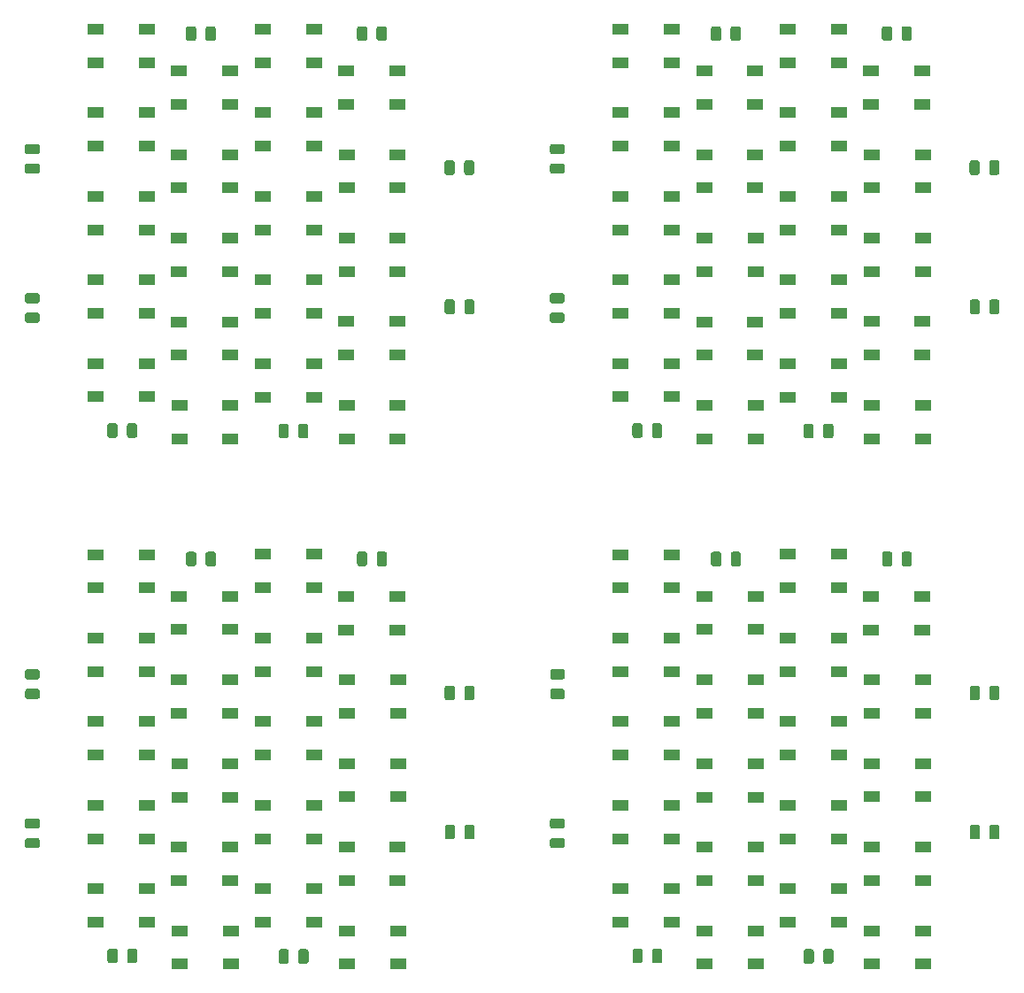
<source format=gbr>
G04 #@! TF.GenerationSoftware,KiCad,Pcbnew,(5.1.5)-3*
G04 #@! TF.CreationDate,2019-12-09T10:08:32+08:00*
G04 #@! TF.ProjectId,LED__,4c454495-7f2e-46b6-9963-61645f706362,rev?*
G04 #@! TF.SameCoordinates,Original*
G04 #@! TF.FileFunction,Paste,Top*
G04 #@! TF.FilePolarity,Positive*
%FSLAX46Y46*%
G04 Gerber Fmt 4.6, Leading zero omitted, Abs format (unit mm)*
G04 Created by KiCad (PCBNEW (5.1.5)-3) date 2019-12-09 10:08:32*
%MOMM*%
%LPD*%
G04 APERTURE LIST*
%ADD10C,0.100000*%
%ADD11R,1.500000X1.000000*%
G04 APERTURE END LIST*
D10*
G36*
X160885142Y-51741174D02*
G01*
X160908803Y-51744684D01*
X160932007Y-51750496D01*
X160954529Y-51758554D01*
X160976153Y-51768782D01*
X160996670Y-51781079D01*
X161015883Y-51795329D01*
X161033607Y-51811393D01*
X161049671Y-51829117D01*
X161063921Y-51848330D01*
X161076218Y-51868847D01*
X161086446Y-51890471D01*
X161094504Y-51912993D01*
X161100316Y-51936197D01*
X161103826Y-51959858D01*
X161105000Y-51983750D01*
X161105000Y-52896250D01*
X161103826Y-52920142D01*
X161100316Y-52943803D01*
X161094504Y-52967007D01*
X161086446Y-52989529D01*
X161076218Y-53011153D01*
X161063921Y-53031670D01*
X161049671Y-53050883D01*
X161033607Y-53068607D01*
X161015883Y-53084671D01*
X160996670Y-53098921D01*
X160976153Y-53111218D01*
X160954529Y-53121446D01*
X160932007Y-53129504D01*
X160908803Y-53135316D01*
X160885142Y-53138826D01*
X160861250Y-53140000D01*
X160373750Y-53140000D01*
X160349858Y-53138826D01*
X160326197Y-53135316D01*
X160302993Y-53129504D01*
X160280471Y-53121446D01*
X160258847Y-53111218D01*
X160238330Y-53098921D01*
X160219117Y-53084671D01*
X160201393Y-53068607D01*
X160185329Y-53050883D01*
X160171079Y-53031670D01*
X160158782Y-53011153D01*
X160148554Y-52989529D01*
X160140496Y-52967007D01*
X160134684Y-52943803D01*
X160131174Y-52920142D01*
X160130000Y-52896250D01*
X160130000Y-51983750D01*
X160131174Y-51959858D01*
X160134684Y-51936197D01*
X160140496Y-51912993D01*
X160148554Y-51890471D01*
X160158782Y-51868847D01*
X160171079Y-51848330D01*
X160185329Y-51829117D01*
X160201393Y-51811393D01*
X160219117Y-51795329D01*
X160238330Y-51781079D01*
X160258847Y-51768782D01*
X160280471Y-51758554D01*
X160302993Y-51750496D01*
X160326197Y-51744684D01*
X160349858Y-51741174D01*
X160373750Y-51740000D01*
X160861250Y-51740000D01*
X160885142Y-51741174D01*
G37*
G36*
X159010142Y-51741174D02*
G01*
X159033803Y-51744684D01*
X159057007Y-51750496D01*
X159079529Y-51758554D01*
X159101153Y-51768782D01*
X159121670Y-51781079D01*
X159140883Y-51795329D01*
X159158607Y-51811393D01*
X159174671Y-51829117D01*
X159188921Y-51848330D01*
X159201218Y-51868847D01*
X159211446Y-51890471D01*
X159219504Y-51912993D01*
X159225316Y-51936197D01*
X159228826Y-51959858D01*
X159230000Y-51983750D01*
X159230000Y-52896250D01*
X159228826Y-52920142D01*
X159225316Y-52943803D01*
X159219504Y-52967007D01*
X159211446Y-52989529D01*
X159201218Y-53011153D01*
X159188921Y-53031670D01*
X159174671Y-53050883D01*
X159158607Y-53068607D01*
X159140883Y-53084671D01*
X159121670Y-53098921D01*
X159101153Y-53111218D01*
X159079529Y-53121446D01*
X159057007Y-53129504D01*
X159033803Y-53135316D01*
X159010142Y-53138826D01*
X158986250Y-53140000D01*
X158498750Y-53140000D01*
X158474858Y-53138826D01*
X158451197Y-53135316D01*
X158427993Y-53129504D01*
X158405471Y-53121446D01*
X158383847Y-53111218D01*
X158363330Y-53098921D01*
X158344117Y-53084671D01*
X158326393Y-53068607D01*
X158310329Y-53050883D01*
X158296079Y-53031670D01*
X158283782Y-53011153D01*
X158273554Y-52989529D01*
X158265496Y-52967007D01*
X158259684Y-52943803D01*
X158256174Y-52920142D01*
X158255000Y-52896250D01*
X158255000Y-51983750D01*
X158256174Y-51959858D01*
X158259684Y-51936197D01*
X158265496Y-51912993D01*
X158273554Y-51890471D01*
X158283782Y-51868847D01*
X158296079Y-51848330D01*
X158310329Y-51829117D01*
X158326393Y-51811393D01*
X158344117Y-51795329D01*
X158363330Y-51781079D01*
X158383847Y-51768782D01*
X158405471Y-51758554D01*
X158427993Y-51750496D01*
X158451197Y-51744684D01*
X158474858Y-51741174D01*
X158498750Y-51740000D01*
X158986250Y-51740000D01*
X159010142Y-51741174D01*
G37*
G36*
X153367642Y-89711174D02*
G01*
X153391303Y-89714684D01*
X153414507Y-89720496D01*
X153437029Y-89728554D01*
X153458653Y-89738782D01*
X153479170Y-89751079D01*
X153498383Y-89765329D01*
X153516107Y-89781393D01*
X153532171Y-89799117D01*
X153546421Y-89818330D01*
X153558718Y-89838847D01*
X153568946Y-89860471D01*
X153577004Y-89882993D01*
X153582816Y-89906197D01*
X153586326Y-89929858D01*
X153587500Y-89953750D01*
X153587500Y-90866250D01*
X153586326Y-90890142D01*
X153582816Y-90913803D01*
X153577004Y-90937007D01*
X153568946Y-90959529D01*
X153558718Y-90981153D01*
X153546421Y-91001670D01*
X153532171Y-91020883D01*
X153516107Y-91038607D01*
X153498383Y-91054671D01*
X153479170Y-91068921D01*
X153458653Y-91081218D01*
X153437029Y-91091446D01*
X153414507Y-91099504D01*
X153391303Y-91105316D01*
X153367642Y-91108826D01*
X153343750Y-91110000D01*
X152856250Y-91110000D01*
X152832358Y-91108826D01*
X152808697Y-91105316D01*
X152785493Y-91099504D01*
X152762971Y-91091446D01*
X152741347Y-91081218D01*
X152720830Y-91068921D01*
X152701617Y-91054671D01*
X152683893Y-91038607D01*
X152667829Y-91020883D01*
X152653579Y-91001670D01*
X152641282Y-90981153D01*
X152631054Y-90959529D01*
X152622996Y-90937007D01*
X152617184Y-90913803D01*
X152613674Y-90890142D01*
X152612500Y-90866250D01*
X152612500Y-89953750D01*
X152613674Y-89929858D01*
X152617184Y-89906197D01*
X152622996Y-89882993D01*
X152631054Y-89860471D01*
X152641282Y-89838847D01*
X152653579Y-89818330D01*
X152667829Y-89799117D01*
X152683893Y-89781393D01*
X152701617Y-89765329D01*
X152720830Y-89751079D01*
X152741347Y-89738782D01*
X152762971Y-89728554D01*
X152785493Y-89720496D01*
X152808697Y-89714684D01*
X152832358Y-89711174D01*
X152856250Y-89710000D01*
X153343750Y-89710000D01*
X153367642Y-89711174D01*
G37*
G36*
X151492642Y-89711174D02*
G01*
X151516303Y-89714684D01*
X151539507Y-89720496D01*
X151562029Y-89728554D01*
X151583653Y-89738782D01*
X151604170Y-89751079D01*
X151623383Y-89765329D01*
X151641107Y-89781393D01*
X151657171Y-89799117D01*
X151671421Y-89818330D01*
X151683718Y-89838847D01*
X151693946Y-89860471D01*
X151702004Y-89882993D01*
X151707816Y-89906197D01*
X151711326Y-89929858D01*
X151712500Y-89953750D01*
X151712500Y-90866250D01*
X151711326Y-90890142D01*
X151707816Y-90913803D01*
X151702004Y-90937007D01*
X151693946Y-90959529D01*
X151683718Y-90981153D01*
X151671421Y-91001670D01*
X151657171Y-91020883D01*
X151641107Y-91038607D01*
X151623383Y-91054671D01*
X151604170Y-91068921D01*
X151583653Y-91081218D01*
X151562029Y-91091446D01*
X151539507Y-91099504D01*
X151516303Y-91105316D01*
X151492642Y-91108826D01*
X151468750Y-91110000D01*
X150981250Y-91110000D01*
X150957358Y-91108826D01*
X150933697Y-91105316D01*
X150910493Y-91099504D01*
X150887971Y-91091446D01*
X150866347Y-91081218D01*
X150845830Y-91068921D01*
X150826617Y-91054671D01*
X150808893Y-91038607D01*
X150792829Y-91020883D01*
X150778579Y-91001670D01*
X150766282Y-90981153D01*
X150756054Y-90959529D01*
X150747996Y-90937007D01*
X150742184Y-90913803D01*
X150738674Y-90890142D01*
X150737500Y-90866250D01*
X150737500Y-89953750D01*
X150738674Y-89929858D01*
X150742184Y-89906197D01*
X150747996Y-89882993D01*
X150756054Y-89860471D01*
X150766282Y-89838847D01*
X150778579Y-89818330D01*
X150792829Y-89799117D01*
X150808893Y-89781393D01*
X150826617Y-89765329D01*
X150845830Y-89751079D01*
X150866347Y-89738782D01*
X150887971Y-89728554D01*
X150910493Y-89720496D01*
X150933697Y-89714684D01*
X150957358Y-89711174D01*
X150981250Y-89710000D01*
X151468750Y-89710000D01*
X151492642Y-89711174D01*
G37*
G36*
X185635142Y-77861174D02*
G01*
X185658803Y-77864684D01*
X185682007Y-77870496D01*
X185704529Y-77878554D01*
X185726153Y-77888782D01*
X185746670Y-77901079D01*
X185765883Y-77915329D01*
X185783607Y-77931393D01*
X185799671Y-77949117D01*
X185813921Y-77968330D01*
X185826218Y-77988847D01*
X185836446Y-78010471D01*
X185844504Y-78032993D01*
X185850316Y-78056197D01*
X185853826Y-78079858D01*
X185855000Y-78103750D01*
X185855000Y-79016250D01*
X185853826Y-79040142D01*
X185850316Y-79063803D01*
X185844504Y-79087007D01*
X185836446Y-79109529D01*
X185826218Y-79131153D01*
X185813921Y-79151670D01*
X185799671Y-79170883D01*
X185783607Y-79188607D01*
X185765883Y-79204671D01*
X185746670Y-79218921D01*
X185726153Y-79231218D01*
X185704529Y-79241446D01*
X185682007Y-79249504D01*
X185658803Y-79255316D01*
X185635142Y-79258826D01*
X185611250Y-79260000D01*
X185123750Y-79260000D01*
X185099858Y-79258826D01*
X185076197Y-79255316D01*
X185052993Y-79249504D01*
X185030471Y-79241446D01*
X185008847Y-79231218D01*
X184988330Y-79218921D01*
X184969117Y-79204671D01*
X184951393Y-79188607D01*
X184935329Y-79170883D01*
X184921079Y-79151670D01*
X184908782Y-79131153D01*
X184898554Y-79109529D01*
X184890496Y-79087007D01*
X184884684Y-79063803D01*
X184881174Y-79040142D01*
X184880000Y-79016250D01*
X184880000Y-78103750D01*
X184881174Y-78079858D01*
X184884684Y-78056197D01*
X184890496Y-78032993D01*
X184898554Y-78010471D01*
X184908782Y-77988847D01*
X184921079Y-77968330D01*
X184935329Y-77949117D01*
X184951393Y-77931393D01*
X184969117Y-77915329D01*
X184988330Y-77901079D01*
X185008847Y-77888782D01*
X185030471Y-77878554D01*
X185052993Y-77870496D01*
X185076197Y-77864684D01*
X185099858Y-77861174D01*
X185123750Y-77860000D01*
X185611250Y-77860000D01*
X185635142Y-77861174D01*
G37*
G36*
X183760142Y-77861174D02*
G01*
X183783803Y-77864684D01*
X183807007Y-77870496D01*
X183829529Y-77878554D01*
X183851153Y-77888782D01*
X183871670Y-77901079D01*
X183890883Y-77915329D01*
X183908607Y-77931393D01*
X183924671Y-77949117D01*
X183938921Y-77968330D01*
X183951218Y-77988847D01*
X183961446Y-78010471D01*
X183969504Y-78032993D01*
X183975316Y-78056197D01*
X183978826Y-78079858D01*
X183980000Y-78103750D01*
X183980000Y-79016250D01*
X183978826Y-79040142D01*
X183975316Y-79063803D01*
X183969504Y-79087007D01*
X183961446Y-79109529D01*
X183951218Y-79131153D01*
X183938921Y-79151670D01*
X183924671Y-79170883D01*
X183908607Y-79188607D01*
X183890883Y-79204671D01*
X183871670Y-79218921D01*
X183851153Y-79231218D01*
X183829529Y-79241446D01*
X183807007Y-79249504D01*
X183783803Y-79255316D01*
X183760142Y-79258826D01*
X183736250Y-79260000D01*
X183248750Y-79260000D01*
X183224858Y-79258826D01*
X183201197Y-79255316D01*
X183177993Y-79249504D01*
X183155471Y-79241446D01*
X183133847Y-79231218D01*
X183113330Y-79218921D01*
X183094117Y-79204671D01*
X183076393Y-79188607D01*
X183060329Y-79170883D01*
X183046079Y-79151670D01*
X183033782Y-79131153D01*
X183023554Y-79109529D01*
X183015496Y-79087007D01*
X183009684Y-79063803D01*
X183006174Y-79040142D01*
X183005000Y-79016250D01*
X183005000Y-78103750D01*
X183006174Y-78079858D01*
X183009684Y-78056197D01*
X183015496Y-78032993D01*
X183023554Y-78010471D01*
X183033782Y-77988847D01*
X183046079Y-77968330D01*
X183060329Y-77949117D01*
X183076393Y-77931393D01*
X183094117Y-77915329D01*
X183113330Y-77901079D01*
X183133847Y-77888782D01*
X183155471Y-77878554D01*
X183177993Y-77870496D01*
X183201197Y-77864684D01*
X183224858Y-77861174D01*
X183248750Y-77860000D01*
X183736250Y-77860000D01*
X183760142Y-77861174D01*
G37*
G36*
X183750142Y-64551174D02*
G01*
X183773803Y-64554684D01*
X183797007Y-64560496D01*
X183819529Y-64568554D01*
X183841153Y-64578782D01*
X183861670Y-64591079D01*
X183880883Y-64605329D01*
X183898607Y-64621393D01*
X183914671Y-64639117D01*
X183928921Y-64658330D01*
X183941218Y-64678847D01*
X183951446Y-64700471D01*
X183959504Y-64722993D01*
X183965316Y-64746197D01*
X183968826Y-64769858D01*
X183970000Y-64793750D01*
X183970000Y-65706250D01*
X183968826Y-65730142D01*
X183965316Y-65753803D01*
X183959504Y-65777007D01*
X183951446Y-65799529D01*
X183941218Y-65821153D01*
X183928921Y-65841670D01*
X183914671Y-65860883D01*
X183898607Y-65878607D01*
X183880883Y-65894671D01*
X183861670Y-65908921D01*
X183841153Y-65921218D01*
X183819529Y-65931446D01*
X183797007Y-65939504D01*
X183773803Y-65945316D01*
X183750142Y-65948826D01*
X183726250Y-65950000D01*
X183238750Y-65950000D01*
X183214858Y-65948826D01*
X183191197Y-65945316D01*
X183167993Y-65939504D01*
X183145471Y-65931446D01*
X183123847Y-65921218D01*
X183103330Y-65908921D01*
X183084117Y-65894671D01*
X183066393Y-65878607D01*
X183050329Y-65860883D01*
X183036079Y-65841670D01*
X183023782Y-65821153D01*
X183013554Y-65799529D01*
X183005496Y-65777007D01*
X182999684Y-65753803D01*
X182996174Y-65730142D01*
X182995000Y-65706250D01*
X182995000Y-64793750D01*
X182996174Y-64769858D01*
X182999684Y-64746197D01*
X183005496Y-64722993D01*
X183013554Y-64700471D01*
X183023782Y-64678847D01*
X183036079Y-64658330D01*
X183050329Y-64639117D01*
X183066393Y-64621393D01*
X183084117Y-64605329D01*
X183103330Y-64591079D01*
X183123847Y-64578782D01*
X183145471Y-64568554D01*
X183167993Y-64560496D01*
X183191197Y-64554684D01*
X183214858Y-64551174D01*
X183238750Y-64550000D01*
X183726250Y-64550000D01*
X183750142Y-64551174D01*
G37*
G36*
X185625142Y-64551174D02*
G01*
X185648803Y-64554684D01*
X185672007Y-64560496D01*
X185694529Y-64568554D01*
X185716153Y-64578782D01*
X185736670Y-64591079D01*
X185755883Y-64605329D01*
X185773607Y-64621393D01*
X185789671Y-64639117D01*
X185803921Y-64658330D01*
X185816218Y-64678847D01*
X185826446Y-64700471D01*
X185834504Y-64722993D01*
X185840316Y-64746197D01*
X185843826Y-64769858D01*
X185845000Y-64793750D01*
X185845000Y-65706250D01*
X185843826Y-65730142D01*
X185840316Y-65753803D01*
X185834504Y-65777007D01*
X185826446Y-65799529D01*
X185816218Y-65821153D01*
X185803921Y-65841670D01*
X185789671Y-65860883D01*
X185773607Y-65878607D01*
X185755883Y-65894671D01*
X185736670Y-65908921D01*
X185716153Y-65921218D01*
X185694529Y-65931446D01*
X185672007Y-65939504D01*
X185648803Y-65945316D01*
X185625142Y-65948826D01*
X185601250Y-65950000D01*
X185113750Y-65950000D01*
X185089858Y-65948826D01*
X185066197Y-65945316D01*
X185042993Y-65939504D01*
X185020471Y-65931446D01*
X184998847Y-65921218D01*
X184978330Y-65908921D01*
X184959117Y-65894671D01*
X184941393Y-65878607D01*
X184925329Y-65860883D01*
X184911079Y-65841670D01*
X184898782Y-65821153D01*
X184888554Y-65799529D01*
X184880496Y-65777007D01*
X184874684Y-65753803D01*
X184871174Y-65730142D01*
X184870000Y-65706250D01*
X184870000Y-64793750D01*
X184871174Y-64769858D01*
X184874684Y-64746197D01*
X184880496Y-64722993D01*
X184888554Y-64700471D01*
X184898782Y-64678847D01*
X184911079Y-64658330D01*
X184925329Y-64639117D01*
X184941393Y-64621393D01*
X184959117Y-64605329D01*
X184978330Y-64591079D01*
X184998847Y-64578782D01*
X185020471Y-64568554D01*
X185042993Y-64560496D01*
X185066197Y-64554684D01*
X185089858Y-64551174D01*
X185113750Y-64550000D01*
X185601250Y-64550000D01*
X185625142Y-64551174D01*
G37*
D11*
X149610000Y-52000000D03*
X149610000Y-55200000D03*
X154510000Y-52000000D03*
X154510000Y-55200000D03*
D10*
G36*
X177245142Y-51721174D02*
G01*
X177268803Y-51724684D01*
X177292007Y-51730496D01*
X177314529Y-51738554D01*
X177336153Y-51748782D01*
X177356670Y-51761079D01*
X177375883Y-51775329D01*
X177393607Y-51791393D01*
X177409671Y-51809117D01*
X177423921Y-51828330D01*
X177436218Y-51848847D01*
X177446446Y-51870471D01*
X177454504Y-51892993D01*
X177460316Y-51916197D01*
X177463826Y-51939858D01*
X177465000Y-51963750D01*
X177465000Y-52876250D01*
X177463826Y-52900142D01*
X177460316Y-52923803D01*
X177454504Y-52947007D01*
X177446446Y-52969529D01*
X177436218Y-52991153D01*
X177423921Y-53011670D01*
X177409671Y-53030883D01*
X177393607Y-53048607D01*
X177375883Y-53064671D01*
X177356670Y-53078921D01*
X177336153Y-53091218D01*
X177314529Y-53101446D01*
X177292007Y-53109504D01*
X177268803Y-53115316D01*
X177245142Y-53118826D01*
X177221250Y-53120000D01*
X176733750Y-53120000D01*
X176709858Y-53118826D01*
X176686197Y-53115316D01*
X176662993Y-53109504D01*
X176640471Y-53101446D01*
X176618847Y-53091218D01*
X176598330Y-53078921D01*
X176579117Y-53064671D01*
X176561393Y-53048607D01*
X176545329Y-53030883D01*
X176531079Y-53011670D01*
X176518782Y-52991153D01*
X176508554Y-52969529D01*
X176500496Y-52947007D01*
X176494684Y-52923803D01*
X176491174Y-52900142D01*
X176490000Y-52876250D01*
X176490000Y-51963750D01*
X176491174Y-51939858D01*
X176494684Y-51916197D01*
X176500496Y-51892993D01*
X176508554Y-51870471D01*
X176518782Y-51848847D01*
X176531079Y-51828330D01*
X176545329Y-51809117D01*
X176561393Y-51791393D01*
X176579117Y-51775329D01*
X176598330Y-51761079D01*
X176618847Y-51748782D01*
X176640471Y-51738554D01*
X176662993Y-51730496D01*
X176686197Y-51724684D01*
X176709858Y-51721174D01*
X176733750Y-51720000D01*
X177221250Y-51720000D01*
X177245142Y-51721174D01*
G37*
G36*
X175370142Y-51721174D02*
G01*
X175393803Y-51724684D01*
X175417007Y-51730496D01*
X175439529Y-51738554D01*
X175461153Y-51748782D01*
X175481670Y-51761079D01*
X175500883Y-51775329D01*
X175518607Y-51791393D01*
X175534671Y-51809117D01*
X175548921Y-51828330D01*
X175561218Y-51848847D01*
X175571446Y-51870471D01*
X175579504Y-51892993D01*
X175585316Y-51916197D01*
X175588826Y-51939858D01*
X175590000Y-51963750D01*
X175590000Y-52876250D01*
X175588826Y-52900142D01*
X175585316Y-52923803D01*
X175579504Y-52947007D01*
X175571446Y-52969529D01*
X175561218Y-52991153D01*
X175548921Y-53011670D01*
X175534671Y-53030883D01*
X175518607Y-53048607D01*
X175500883Y-53064671D01*
X175481670Y-53078921D01*
X175461153Y-53091218D01*
X175439529Y-53101446D01*
X175417007Y-53109504D01*
X175393803Y-53115316D01*
X175370142Y-53118826D01*
X175346250Y-53120000D01*
X174858750Y-53120000D01*
X174834858Y-53118826D01*
X174811197Y-53115316D01*
X174787993Y-53109504D01*
X174765471Y-53101446D01*
X174743847Y-53091218D01*
X174723330Y-53078921D01*
X174704117Y-53064671D01*
X174686393Y-53048607D01*
X174670329Y-53030883D01*
X174656079Y-53011670D01*
X174643782Y-52991153D01*
X174633554Y-52969529D01*
X174625496Y-52947007D01*
X174619684Y-52923803D01*
X174616174Y-52900142D01*
X174615000Y-52876250D01*
X174615000Y-51963750D01*
X174616174Y-51939858D01*
X174619684Y-51916197D01*
X174625496Y-51892993D01*
X174633554Y-51870471D01*
X174643782Y-51848847D01*
X174656079Y-51828330D01*
X174670329Y-51809117D01*
X174686393Y-51791393D01*
X174704117Y-51775329D01*
X174723330Y-51761079D01*
X174743847Y-51748782D01*
X174765471Y-51738554D01*
X174787993Y-51730496D01*
X174811197Y-51724684D01*
X174834858Y-51721174D01*
X174858750Y-51720000D01*
X175346250Y-51720000D01*
X175370142Y-51721174D01*
G37*
D11*
X173590000Y-56000000D03*
X173590000Y-59200000D03*
X178490000Y-56000000D03*
X178490000Y-59200000D03*
D10*
G36*
X169745142Y-89751174D02*
G01*
X169768803Y-89754684D01*
X169792007Y-89760496D01*
X169814529Y-89768554D01*
X169836153Y-89778782D01*
X169856670Y-89791079D01*
X169875883Y-89805329D01*
X169893607Y-89821393D01*
X169909671Y-89839117D01*
X169923921Y-89858330D01*
X169936218Y-89878847D01*
X169946446Y-89900471D01*
X169954504Y-89922993D01*
X169960316Y-89946197D01*
X169963826Y-89969858D01*
X169965000Y-89993750D01*
X169965000Y-90906250D01*
X169963826Y-90930142D01*
X169960316Y-90953803D01*
X169954504Y-90977007D01*
X169946446Y-90999529D01*
X169936218Y-91021153D01*
X169923921Y-91041670D01*
X169909671Y-91060883D01*
X169893607Y-91078607D01*
X169875883Y-91094671D01*
X169856670Y-91108921D01*
X169836153Y-91121218D01*
X169814529Y-91131446D01*
X169792007Y-91139504D01*
X169768803Y-91145316D01*
X169745142Y-91148826D01*
X169721250Y-91150000D01*
X169233750Y-91150000D01*
X169209858Y-91148826D01*
X169186197Y-91145316D01*
X169162993Y-91139504D01*
X169140471Y-91131446D01*
X169118847Y-91121218D01*
X169098330Y-91108921D01*
X169079117Y-91094671D01*
X169061393Y-91078607D01*
X169045329Y-91060883D01*
X169031079Y-91041670D01*
X169018782Y-91021153D01*
X169008554Y-90999529D01*
X169000496Y-90977007D01*
X168994684Y-90953803D01*
X168991174Y-90930142D01*
X168990000Y-90906250D01*
X168990000Y-89993750D01*
X168991174Y-89969858D01*
X168994684Y-89946197D01*
X169000496Y-89922993D01*
X169008554Y-89900471D01*
X169018782Y-89878847D01*
X169031079Y-89858330D01*
X169045329Y-89839117D01*
X169061393Y-89821393D01*
X169079117Y-89805329D01*
X169098330Y-89791079D01*
X169118847Y-89778782D01*
X169140471Y-89768554D01*
X169162993Y-89760496D01*
X169186197Y-89754684D01*
X169209858Y-89751174D01*
X169233750Y-89750000D01*
X169721250Y-89750000D01*
X169745142Y-89751174D01*
G37*
G36*
X167870142Y-89751174D02*
G01*
X167893803Y-89754684D01*
X167917007Y-89760496D01*
X167939529Y-89768554D01*
X167961153Y-89778782D01*
X167981670Y-89791079D01*
X168000883Y-89805329D01*
X168018607Y-89821393D01*
X168034671Y-89839117D01*
X168048921Y-89858330D01*
X168061218Y-89878847D01*
X168071446Y-89900471D01*
X168079504Y-89922993D01*
X168085316Y-89946197D01*
X168088826Y-89969858D01*
X168090000Y-89993750D01*
X168090000Y-90906250D01*
X168088826Y-90930142D01*
X168085316Y-90953803D01*
X168079504Y-90977007D01*
X168071446Y-90999529D01*
X168061218Y-91021153D01*
X168048921Y-91041670D01*
X168034671Y-91060883D01*
X168018607Y-91078607D01*
X168000883Y-91094671D01*
X167981670Y-91108921D01*
X167961153Y-91121218D01*
X167939529Y-91131446D01*
X167917007Y-91139504D01*
X167893803Y-91145316D01*
X167870142Y-91148826D01*
X167846250Y-91150000D01*
X167358750Y-91150000D01*
X167334858Y-91148826D01*
X167311197Y-91145316D01*
X167287993Y-91139504D01*
X167265471Y-91131446D01*
X167243847Y-91121218D01*
X167223330Y-91108921D01*
X167204117Y-91094671D01*
X167186393Y-91078607D01*
X167170329Y-91060883D01*
X167156079Y-91041670D01*
X167143782Y-91021153D01*
X167133554Y-90999529D01*
X167125496Y-90977007D01*
X167119684Y-90953803D01*
X167116174Y-90930142D01*
X167115000Y-90906250D01*
X167115000Y-89993750D01*
X167116174Y-89969858D01*
X167119684Y-89946197D01*
X167125496Y-89922993D01*
X167133554Y-89900471D01*
X167143782Y-89878847D01*
X167156079Y-89858330D01*
X167170329Y-89839117D01*
X167186393Y-89821393D01*
X167204117Y-89805329D01*
X167223330Y-89791079D01*
X167243847Y-89778782D01*
X167265471Y-89768554D01*
X167287993Y-89760496D01*
X167311197Y-89754684D01*
X167334858Y-89751174D01*
X167358750Y-89750000D01*
X167846250Y-89750000D01*
X167870142Y-89751174D01*
G37*
G36*
X144030142Y-77248674D02*
G01*
X144053803Y-77252184D01*
X144077007Y-77257996D01*
X144099529Y-77266054D01*
X144121153Y-77276282D01*
X144141670Y-77288579D01*
X144160883Y-77302829D01*
X144178607Y-77318893D01*
X144194671Y-77336617D01*
X144208921Y-77355830D01*
X144221218Y-77376347D01*
X144231446Y-77397971D01*
X144239504Y-77420493D01*
X144245316Y-77443697D01*
X144248826Y-77467358D01*
X144250000Y-77491250D01*
X144250000Y-77978750D01*
X144248826Y-78002642D01*
X144245316Y-78026303D01*
X144239504Y-78049507D01*
X144231446Y-78072029D01*
X144221218Y-78093653D01*
X144208921Y-78114170D01*
X144194671Y-78133383D01*
X144178607Y-78151107D01*
X144160883Y-78167171D01*
X144141670Y-78181421D01*
X144121153Y-78193718D01*
X144099529Y-78203946D01*
X144077007Y-78212004D01*
X144053803Y-78217816D01*
X144030142Y-78221326D01*
X144006250Y-78222500D01*
X143093750Y-78222500D01*
X143069858Y-78221326D01*
X143046197Y-78217816D01*
X143022993Y-78212004D01*
X143000471Y-78203946D01*
X142978847Y-78193718D01*
X142958330Y-78181421D01*
X142939117Y-78167171D01*
X142921393Y-78151107D01*
X142905329Y-78133383D01*
X142891079Y-78114170D01*
X142878782Y-78093653D01*
X142868554Y-78072029D01*
X142860496Y-78049507D01*
X142854684Y-78026303D01*
X142851174Y-78002642D01*
X142850000Y-77978750D01*
X142850000Y-77491250D01*
X142851174Y-77467358D01*
X142854684Y-77443697D01*
X142860496Y-77420493D01*
X142868554Y-77397971D01*
X142878782Y-77376347D01*
X142891079Y-77355830D01*
X142905329Y-77336617D01*
X142921393Y-77318893D01*
X142939117Y-77302829D01*
X142958330Y-77288579D01*
X142978847Y-77276282D01*
X143000471Y-77266054D01*
X143022993Y-77257996D01*
X143046197Y-77252184D01*
X143069858Y-77248674D01*
X143093750Y-77247500D01*
X144006250Y-77247500D01*
X144030142Y-77248674D01*
G37*
G36*
X144030142Y-79123674D02*
G01*
X144053803Y-79127184D01*
X144077007Y-79132996D01*
X144099529Y-79141054D01*
X144121153Y-79151282D01*
X144141670Y-79163579D01*
X144160883Y-79177829D01*
X144178607Y-79193893D01*
X144194671Y-79211617D01*
X144208921Y-79230830D01*
X144221218Y-79251347D01*
X144231446Y-79272971D01*
X144239504Y-79295493D01*
X144245316Y-79318697D01*
X144248826Y-79342358D01*
X144250000Y-79366250D01*
X144250000Y-79853750D01*
X144248826Y-79877642D01*
X144245316Y-79901303D01*
X144239504Y-79924507D01*
X144231446Y-79947029D01*
X144221218Y-79968653D01*
X144208921Y-79989170D01*
X144194671Y-80008383D01*
X144178607Y-80026107D01*
X144160883Y-80042171D01*
X144141670Y-80056421D01*
X144121153Y-80068718D01*
X144099529Y-80078946D01*
X144077007Y-80087004D01*
X144053803Y-80092816D01*
X144030142Y-80096326D01*
X144006250Y-80097500D01*
X143093750Y-80097500D01*
X143069858Y-80096326D01*
X143046197Y-80092816D01*
X143022993Y-80087004D01*
X143000471Y-80078946D01*
X142978847Y-80068718D01*
X142958330Y-80056421D01*
X142939117Y-80042171D01*
X142921393Y-80026107D01*
X142905329Y-80008383D01*
X142891079Y-79989170D01*
X142878782Y-79968653D01*
X142868554Y-79947029D01*
X142860496Y-79924507D01*
X142854684Y-79901303D01*
X142851174Y-79877642D01*
X142850000Y-79853750D01*
X142850000Y-79366250D01*
X142851174Y-79342358D01*
X142854684Y-79318697D01*
X142860496Y-79295493D01*
X142868554Y-79272971D01*
X142878782Y-79251347D01*
X142891079Y-79230830D01*
X142905329Y-79211617D01*
X142921393Y-79193893D01*
X142939117Y-79177829D01*
X142958330Y-79163579D01*
X142978847Y-79151282D01*
X143000471Y-79141054D01*
X143022993Y-79132996D01*
X143046197Y-79127184D01*
X143069858Y-79123674D01*
X143093750Y-79122500D01*
X144006250Y-79122500D01*
X144030142Y-79123674D01*
G37*
D11*
X165610000Y-51990000D03*
X165610000Y-55190000D03*
X170510000Y-51990000D03*
X170510000Y-55190000D03*
X149610000Y-68000000D03*
X149610000Y-71200000D03*
X154510000Y-68000000D03*
X154510000Y-71200000D03*
X173620000Y-87990000D03*
X173620000Y-91190000D03*
X178520000Y-87990000D03*
X178520000Y-91190000D03*
X173620000Y-64000000D03*
X173620000Y-67200000D03*
X178520000Y-64000000D03*
X178520000Y-67200000D03*
X149610000Y-75990000D03*
X149610000Y-79190000D03*
X154510000Y-75990000D03*
X154510000Y-79190000D03*
X157600000Y-55980000D03*
X157600000Y-59180000D03*
X162500000Y-55980000D03*
X162500000Y-59180000D03*
X157600000Y-80000000D03*
X157600000Y-83200000D03*
X162500000Y-80000000D03*
X162500000Y-83200000D03*
X157600000Y-64000000D03*
X157600000Y-67200000D03*
X162500000Y-64000000D03*
X162500000Y-67200000D03*
X165610000Y-59980000D03*
X165610000Y-63180000D03*
X170510000Y-59980000D03*
X170510000Y-63180000D03*
X173620000Y-71990000D03*
X173620000Y-75190000D03*
X178520000Y-71990000D03*
X178520000Y-75190000D03*
X157620000Y-87990000D03*
X157620000Y-91190000D03*
X162520000Y-87990000D03*
X162520000Y-91190000D03*
X165610000Y-84000000D03*
X165610000Y-87200000D03*
X170510000Y-84000000D03*
X170510000Y-87200000D03*
X149610000Y-60000000D03*
X149610000Y-63200000D03*
X154510000Y-60000000D03*
X154510000Y-63200000D03*
X157610000Y-72000000D03*
X157610000Y-75200000D03*
X162510000Y-72000000D03*
X162510000Y-75200000D03*
D10*
G36*
X144040142Y-62976174D02*
G01*
X144063803Y-62979684D01*
X144087007Y-62985496D01*
X144109529Y-62993554D01*
X144131153Y-63003782D01*
X144151670Y-63016079D01*
X144170883Y-63030329D01*
X144188607Y-63046393D01*
X144204671Y-63064117D01*
X144218921Y-63083330D01*
X144231218Y-63103847D01*
X144241446Y-63125471D01*
X144249504Y-63147993D01*
X144255316Y-63171197D01*
X144258826Y-63194858D01*
X144260000Y-63218750D01*
X144260000Y-63706250D01*
X144258826Y-63730142D01*
X144255316Y-63753803D01*
X144249504Y-63777007D01*
X144241446Y-63799529D01*
X144231218Y-63821153D01*
X144218921Y-63841670D01*
X144204671Y-63860883D01*
X144188607Y-63878607D01*
X144170883Y-63894671D01*
X144151670Y-63908921D01*
X144131153Y-63921218D01*
X144109529Y-63931446D01*
X144087007Y-63939504D01*
X144063803Y-63945316D01*
X144040142Y-63948826D01*
X144016250Y-63950000D01*
X143103750Y-63950000D01*
X143079858Y-63948826D01*
X143056197Y-63945316D01*
X143032993Y-63939504D01*
X143010471Y-63931446D01*
X142988847Y-63921218D01*
X142968330Y-63908921D01*
X142949117Y-63894671D01*
X142931393Y-63878607D01*
X142915329Y-63860883D01*
X142901079Y-63841670D01*
X142888782Y-63821153D01*
X142878554Y-63799529D01*
X142870496Y-63777007D01*
X142864684Y-63753803D01*
X142861174Y-63730142D01*
X142860000Y-63706250D01*
X142860000Y-63218750D01*
X142861174Y-63194858D01*
X142864684Y-63171197D01*
X142870496Y-63147993D01*
X142878554Y-63125471D01*
X142888782Y-63103847D01*
X142901079Y-63083330D01*
X142915329Y-63064117D01*
X142931393Y-63046393D01*
X142949117Y-63030329D01*
X142968330Y-63016079D01*
X142988847Y-63003782D01*
X143010471Y-62993554D01*
X143032993Y-62985496D01*
X143056197Y-62979684D01*
X143079858Y-62976174D01*
X143103750Y-62975000D01*
X144016250Y-62975000D01*
X144040142Y-62976174D01*
G37*
G36*
X144040142Y-64851174D02*
G01*
X144063803Y-64854684D01*
X144087007Y-64860496D01*
X144109529Y-64868554D01*
X144131153Y-64878782D01*
X144151670Y-64891079D01*
X144170883Y-64905329D01*
X144188607Y-64921393D01*
X144204671Y-64939117D01*
X144218921Y-64958330D01*
X144231218Y-64978847D01*
X144241446Y-65000471D01*
X144249504Y-65022993D01*
X144255316Y-65046197D01*
X144258826Y-65069858D01*
X144260000Y-65093750D01*
X144260000Y-65581250D01*
X144258826Y-65605142D01*
X144255316Y-65628803D01*
X144249504Y-65652007D01*
X144241446Y-65674529D01*
X144231218Y-65696153D01*
X144218921Y-65716670D01*
X144204671Y-65735883D01*
X144188607Y-65753607D01*
X144170883Y-65769671D01*
X144151670Y-65783921D01*
X144131153Y-65796218D01*
X144109529Y-65806446D01*
X144087007Y-65814504D01*
X144063803Y-65820316D01*
X144040142Y-65823826D01*
X144016250Y-65825000D01*
X143103750Y-65825000D01*
X143079858Y-65823826D01*
X143056197Y-65820316D01*
X143032993Y-65814504D01*
X143010471Y-65806446D01*
X142988847Y-65796218D01*
X142968330Y-65783921D01*
X142949117Y-65769671D01*
X142931393Y-65753607D01*
X142915329Y-65735883D01*
X142901079Y-65716670D01*
X142888782Y-65696153D01*
X142878554Y-65674529D01*
X142870496Y-65652007D01*
X142864684Y-65628803D01*
X142861174Y-65605142D01*
X142860000Y-65581250D01*
X142860000Y-65093750D01*
X142861174Y-65069858D01*
X142864684Y-65046197D01*
X142870496Y-65022993D01*
X142878554Y-65000471D01*
X142888782Y-64978847D01*
X142901079Y-64958330D01*
X142915329Y-64939117D01*
X142931393Y-64921393D01*
X142949117Y-64905329D01*
X142968330Y-64891079D01*
X142988847Y-64878782D01*
X143010471Y-64868554D01*
X143032993Y-64860496D01*
X143056197Y-64854684D01*
X143079858Y-64851174D01*
X143103750Y-64850000D01*
X144016250Y-64850000D01*
X144040142Y-64851174D01*
G37*
D11*
X173610000Y-79990000D03*
X173610000Y-83190000D03*
X178510000Y-79990000D03*
X178510000Y-83190000D03*
X149590000Y-83980000D03*
X149590000Y-87180000D03*
X154490000Y-83980000D03*
X154490000Y-87180000D03*
X165610000Y-76000000D03*
X165610000Y-79200000D03*
X170510000Y-76000000D03*
X170510000Y-79200000D03*
X165600000Y-67990000D03*
X165600000Y-71190000D03*
X170500000Y-67990000D03*
X170500000Y-71190000D03*
D10*
G36*
X108790142Y-51741174D02*
G01*
X108813803Y-51744684D01*
X108837007Y-51750496D01*
X108859529Y-51758554D01*
X108881153Y-51768782D01*
X108901670Y-51781079D01*
X108920883Y-51795329D01*
X108938607Y-51811393D01*
X108954671Y-51829117D01*
X108968921Y-51848330D01*
X108981218Y-51868847D01*
X108991446Y-51890471D01*
X108999504Y-51912993D01*
X109005316Y-51936197D01*
X109008826Y-51959858D01*
X109010000Y-51983750D01*
X109010000Y-52896250D01*
X109008826Y-52920142D01*
X109005316Y-52943803D01*
X108999504Y-52967007D01*
X108991446Y-52989529D01*
X108981218Y-53011153D01*
X108968921Y-53031670D01*
X108954671Y-53050883D01*
X108938607Y-53068607D01*
X108920883Y-53084671D01*
X108901670Y-53098921D01*
X108881153Y-53111218D01*
X108859529Y-53121446D01*
X108837007Y-53129504D01*
X108813803Y-53135316D01*
X108790142Y-53138826D01*
X108766250Y-53140000D01*
X108278750Y-53140000D01*
X108254858Y-53138826D01*
X108231197Y-53135316D01*
X108207993Y-53129504D01*
X108185471Y-53121446D01*
X108163847Y-53111218D01*
X108143330Y-53098921D01*
X108124117Y-53084671D01*
X108106393Y-53068607D01*
X108090329Y-53050883D01*
X108076079Y-53031670D01*
X108063782Y-53011153D01*
X108053554Y-52989529D01*
X108045496Y-52967007D01*
X108039684Y-52943803D01*
X108036174Y-52920142D01*
X108035000Y-52896250D01*
X108035000Y-51983750D01*
X108036174Y-51959858D01*
X108039684Y-51936197D01*
X108045496Y-51912993D01*
X108053554Y-51890471D01*
X108063782Y-51868847D01*
X108076079Y-51848330D01*
X108090329Y-51829117D01*
X108106393Y-51811393D01*
X108124117Y-51795329D01*
X108143330Y-51781079D01*
X108163847Y-51768782D01*
X108185471Y-51758554D01*
X108207993Y-51750496D01*
X108231197Y-51744684D01*
X108254858Y-51741174D01*
X108278750Y-51740000D01*
X108766250Y-51740000D01*
X108790142Y-51741174D01*
G37*
G36*
X110665142Y-51741174D02*
G01*
X110688803Y-51744684D01*
X110712007Y-51750496D01*
X110734529Y-51758554D01*
X110756153Y-51768782D01*
X110776670Y-51781079D01*
X110795883Y-51795329D01*
X110813607Y-51811393D01*
X110829671Y-51829117D01*
X110843921Y-51848330D01*
X110856218Y-51868847D01*
X110866446Y-51890471D01*
X110874504Y-51912993D01*
X110880316Y-51936197D01*
X110883826Y-51959858D01*
X110885000Y-51983750D01*
X110885000Y-52896250D01*
X110883826Y-52920142D01*
X110880316Y-52943803D01*
X110874504Y-52967007D01*
X110866446Y-52989529D01*
X110856218Y-53011153D01*
X110843921Y-53031670D01*
X110829671Y-53050883D01*
X110813607Y-53068607D01*
X110795883Y-53084671D01*
X110776670Y-53098921D01*
X110756153Y-53111218D01*
X110734529Y-53121446D01*
X110712007Y-53129504D01*
X110688803Y-53135316D01*
X110665142Y-53138826D01*
X110641250Y-53140000D01*
X110153750Y-53140000D01*
X110129858Y-53138826D01*
X110106197Y-53135316D01*
X110082993Y-53129504D01*
X110060471Y-53121446D01*
X110038847Y-53111218D01*
X110018330Y-53098921D01*
X109999117Y-53084671D01*
X109981393Y-53068607D01*
X109965329Y-53050883D01*
X109951079Y-53031670D01*
X109938782Y-53011153D01*
X109928554Y-52989529D01*
X109920496Y-52967007D01*
X109914684Y-52943803D01*
X109911174Y-52920142D01*
X109910000Y-52896250D01*
X109910000Y-51983750D01*
X109911174Y-51959858D01*
X109914684Y-51936197D01*
X109920496Y-51912993D01*
X109928554Y-51890471D01*
X109938782Y-51868847D01*
X109951079Y-51848330D01*
X109965329Y-51829117D01*
X109981393Y-51811393D01*
X109999117Y-51795329D01*
X110018330Y-51781079D01*
X110038847Y-51768782D01*
X110060471Y-51758554D01*
X110082993Y-51750496D01*
X110106197Y-51744684D01*
X110129858Y-51741174D01*
X110153750Y-51740000D01*
X110641250Y-51740000D01*
X110665142Y-51741174D01*
G37*
G36*
X117650142Y-89751174D02*
G01*
X117673803Y-89754684D01*
X117697007Y-89760496D01*
X117719529Y-89768554D01*
X117741153Y-89778782D01*
X117761670Y-89791079D01*
X117780883Y-89805329D01*
X117798607Y-89821393D01*
X117814671Y-89839117D01*
X117828921Y-89858330D01*
X117841218Y-89878847D01*
X117851446Y-89900471D01*
X117859504Y-89922993D01*
X117865316Y-89946197D01*
X117868826Y-89969858D01*
X117870000Y-89993750D01*
X117870000Y-90906250D01*
X117868826Y-90930142D01*
X117865316Y-90953803D01*
X117859504Y-90977007D01*
X117851446Y-90999529D01*
X117841218Y-91021153D01*
X117828921Y-91041670D01*
X117814671Y-91060883D01*
X117798607Y-91078607D01*
X117780883Y-91094671D01*
X117761670Y-91108921D01*
X117741153Y-91121218D01*
X117719529Y-91131446D01*
X117697007Y-91139504D01*
X117673803Y-91145316D01*
X117650142Y-91148826D01*
X117626250Y-91150000D01*
X117138750Y-91150000D01*
X117114858Y-91148826D01*
X117091197Y-91145316D01*
X117067993Y-91139504D01*
X117045471Y-91131446D01*
X117023847Y-91121218D01*
X117003330Y-91108921D01*
X116984117Y-91094671D01*
X116966393Y-91078607D01*
X116950329Y-91060883D01*
X116936079Y-91041670D01*
X116923782Y-91021153D01*
X116913554Y-90999529D01*
X116905496Y-90977007D01*
X116899684Y-90953803D01*
X116896174Y-90930142D01*
X116895000Y-90906250D01*
X116895000Y-89993750D01*
X116896174Y-89969858D01*
X116899684Y-89946197D01*
X116905496Y-89922993D01*
X116913554Y-89900471D01*
X116923782Y-89878847D01*
X116936079Y-89858330D01*
X116950329Y-89839117D01*
X116966393Y-89821393D01*
X116984117Y-89805329D01*
X117003330Y-89791079D01*
X117023847Y-89778782D01*
X117045471Y-89768554D01*
X117067993Y-89760496D01*
X117091197Y-89754684D01*
X117114858Y-89751174D01*
X117138750Y-89750000D01*
X117626250Y-89750000D01*
X117650142Y-89751174D01*
G37*
G36*
X119525142Y-89751174D02*
G01*
X119548803Y-89754684D01*
X119572007Y-89760496D01*
X119594529Y-89768554D01*
X119616153Y-89778782D01*
X119636670Y-89791079D01*
X119655883Y-89805329D01*
X119673607Y-89821393D01*
X119689671Y-89839117D01*
X119703921Y-89858330D01*
X119716218Y-89878847D01*
X119726446Y-89900471D01*
X119734504Y-89922993D01*
X119740316Y-89946197D01*
X119743826Y-89969858D01*
X119745000Y-89993750D01*
X119745000Y-90906250D01*
X119743826Y-90930142D01*
X119740316Y-90953803D01*
X119734504Y-90977007D01*
X119726446Y-90999529D01*
X119716218Y-91021153D01*
X119703921Y-91041670D01*
X119689671Y-91060883D01*
X119673607Y-91078607D01*
X119655883Y-91094671D01*
X119636670Y-91108921D01*
X119616153Y-91121218D01*
X119594529Y-91131446D01*
X119572007Y-91139504D01*
X119548803Y-91145316D01*
X119525142Y-91148826D01*
X119501250Y-91150000D01*
X119013750Y-91150000D01*
X118989858Y-91148826D01*
X118966197Y-91145316D01*
X118942993Y-91139504D01*
X118920471Y-91131446D01*
X118898847Y-91121218D01*
X118878330Y-91108921D01*
X118859117Y-91094671D01*
X118841393Y-91078607D01*
X118825329Y-91060883D01*
X118811079Y-91041670D01*
X118798782Y-91021153D01*
X118788554Y-90999529D01*
X118780496Y-90977007D01*
X118774684Y-90953803D01*
X118771174Y-90930142D01*
X118770000Y-90906250D01*
X118770000Y-89993750D01*
X118771174Y-89969858D01*
X118774684Y-89946197D01*
X118780496Y-89922993D01*
X118788554Y-89900471D01*
X118798782Y-89878847D01*
X118811079Y-89858330D01*
X118825329Y-89839117D01*
X118841393Y-89821393D01*
X118859117Y-89805329D01*
X118878330Y-89791079D01*
X118898847Y-89778782D01*
X118920471Y-89768554D01*
X118942993Y-89760496D01*
X118966197Y-89754684D01*
X118989858Y-89751174D01*
X119013750Y-89750000D01*
X119501250Y-89750000D01*
X119525142Y-89751174D01*
G37*
G36*
X93810142Y-79123674D02*
G01*
X93833803Y-79127184D01*
X93857007Y-79132996D01*
X93879529Y-79141054D01*
X93901153Y-79151282D01*
X93921670Y-79163579D01*
X93940883Y-79177829D01*
X93958607Y-79193893D01*
X93974671Y-79211617D01*
X93988921Y-79230830D01*
X94001218Y-79251347D01*
X94011446Y-79272971D01*
X94019504Y-79295493D01*
X94025316Y-79318697D01*
X94028826Y-79342358D01*
X94030000Y-79366250D01*
X94030000Y-79853750D01*
X94028826Y-79877642D01*
X94025316Y-79901303D01*
X94019504Y-79924507D01*
X94011446Y-79947029D01*
X94001218Y-79968653D01*
X93988921Y-79989170D01*
X93974671Y-80008383D01*
X93958607Y-80026107D01*
X93940883Y-80042171D01*
X93921670Y-80056421D01*
X93901153Y-80068718D01*
X93879529Y-80078946D01*
X93857007Y-80087004D01*
X93833803Y-80092816D01*
X93810142Y-80096326D01*
X93786250Y-80097500D01*
X92873750Y-80097500D01*
X92849858Y-80096326D01*
X92826197Y-80092816D01*
X92802993Y-80087004D01*
X92780471Y-80078946D01*
X92758847Y-80068718D01*
X92738330Y-80056421D01*
X92719117Y-80042171D01*
X92701393Y-80026107D01*
X92685329Y-80008383D01*
X92671079Y-79989170D01*
X92658782Y-79968653D01*
X92648554Y-79947029D01*
X92640496Y-79924507D01*
X92634684Y-79901303D01*
X92631174Y-79877642D01*
X92630000Y-79853750D01*
X92630000Y-79366250D01*
X92631174Y-79342358D01*
X92634684Y-79318697D01*
X92640496Y-79295493D01*
X92648554Y-79272971D01*
X92658782Y-79251347D01*
X92671079Y-79230830D01*
X92685329Y-79211617D01*
X92701393Y-79193893D01*
X92719117Y-79177829D01*
X92738330Y-79163579D01*
X92758847Y-79151282D01*
X92780471Y-79141054D01*
X92802993Y-79132996D01*
X92826197Y-79127184D01*
X92849858Y-79123674D01*
X92873750Y-79122500D01*
X93786250Y-79122500D01*
X93810142Y-79123674D01*
G37*
G36*
X93810142Y-77248674D02*
G01*
X93833803Y-77252184D01*
X93857007Y-77257996D01*
X93879529Y-77266054D01*
X93901153Y-77276282D01*
X93921670Y-77288579D01*
X93940883Y-77302829D01*
X93958607Y-77318893D01*
X93974671Y-77336617D01*
X93988921Y-77355830D01*
X94001218Y-77376347D01*
X94011446Y-77397971D01*
X94019504Y-77420493D01*
X94025316Y-77443697D01*
X94028826Y-77467358D01*
X94030000Y-77491250D01*
X94030000Y-77978750D01*
X94028826Y-78002642D01*
X94025316Y-78026303D01*
X94019504Y-78049507D01*
X94011446Y-78072029D01*
X94001218Y-78093653D01*
X93988921Y-78114170D01*
X93974671Y-78133383D01*
X93958607Y-78151107D01*
X93940883Y-78167171D01*
X93921670Y-78181421D01*
X93901153Y-78193718D01*
X93879529Y-78203946D01*
X93857007Y-78212004D01*
X93833803Y-78217816D01*
X93810142Y-78221326D01*
X93786250Y-78222500D01*
X92873750Y-78222500D01*
X92849858Y-78221326D01*
X92826197Y-78217816D01*
X92802993Y-78212004D01*
X92780471Y-78203946D01*
X92758847Y-78193718D01*
X92738330Y-78181421D01*
X92719117Y-78167171D01*
X92701393Y-78151107D01*
X92685329Y-78133383D01*
X92671079Y-78114170D01*
X92658782Y-78093653D01*
X92648554Y-78072029D01*
X92640496Y-78049507D01*
X92634684Y-78026303D01*
X92631174Y-78002642D01*
X92630000Y-77978750D01*
X92630000Y-77491250D01*
X92631174Y-77467358D01*
X92634684Y-77443697D01*
X92640496Y-77420493D01*
X92648554Y-77397971D01*
X92658782Y-77376347D01*
X92671079Y-77355830D01*
X92685329Y-77336617D01*
X92701393Y-77318893D01*
X92719117Y-77302829D01*
X92738330Y-77288579D01*
X92758847Y-77276282D01*
X92780471Y-77266054D01*
X92802993Y-77257996D01*
X92826197Y-77252184D01*
X92849858Y-77248674D01*
X92873750Y-77247500D01*
X93786250Y-77247500D01*
X93810142Y-77248674D01*
G37*
G36*
X133540142Y-77861174D02*
G01*
X133563803Y-77864684D01*
X133587007Y-77870496D01*
X133609529Y-77878554D01*
X133631153Y-77888782D01*
X133651670Y-77901079D01*
X133670883Y-77915329D01*
X133688607Y-77931393D01*
X133704671Y-77949117D01*
X133718921Y-77968330D01*
X133731218Y-77988847D01*
X133741446Y-78010471D01*
X133749504Y-78032993D01*
X133755316Y-78056197D01*
X133758826Y-78079858D01*
X133760000Y-78103750D01*
X133760000Y-79016250D01*
X133758826Y-79040142D01*
X133755316Y-79063803D01*
X133749504Y-79087007D01*
X133741446Y-79109529D01*
X133731218Y-79131153D01*
X133718921Y-79151670D01*
X133704671Y-79170883D01*
X133688607Y-79188607D01*
X133670883Y-79204671D01*
X133651670Y-79218921D01*
X133631153Y-79231218D01*
X133609529Y-79241446D01*
X133587007Y-79249504D01*
X133563803Y-79255316D01*
X133540142Y-79258826D01*
X133516250Y-79260000D01*
X133028750Y-79260000D01*
X133004858Y-79258826D01*
X132981197Y-79255316D01*
X132957993Y-79249504D01*
X132935471Y-79241446D01*
X132913847Y-79231218D01*
X132893330Y-79218921D01*
X132874117Y-79204671D01*
X132856393Y-79188607D01*
X132840329Y-79170883D01*
X132826079Y-79151670D01*
X132813782Y-79131153D01*
X132803554Y-79109529D01*
X132795496Y-79087007D01*
X132789684Y-79063803D01*
X132786174Y-79040142D01*
X132785000Y-79016250D01*
X132785000Y-78103750D01*
X132786174Y-78079858D01*
X132789684Y-78056197D01*
X132795496Y-78032993D01*
X132803554Y-78010471D01*
X132813782Y-77988847D01*
X132826079Y-77968330D01*
X132840329Y-77949117D01*
X132856393Y-77931393D01*
X132874117Y-77915329D01*
X132893330Y-77901079D01*
X132913847Y-77888782D01*
X132935471Y-77878554D01*
X132957993Y-77870496D01*
X132981197Y-77864684D01*
X133004858Y-77861174D01*
X133028750Y-77860000D01*
X133516250Y-77860000D01*
X133540142Y-77861174D01*
G37*
G36*
X135415142Y-77861174D02*
G01*
X135438803Y-77864684D01*
X135462007Y-77870496D01*
X135484529Y-77878554D01*
X135506153Y-77888782D01*
X135526670Y-77901079D01*
X135545883Y-77915329D01*
X135563607Y-77931393D01*
X135579671Y-77949117D01*
X135593921Y-77968330D01*
X135606218Y-77988847D01*
X135616446Y-78010471D01*
X135624504Y-78032993D01*
X135630316Y-78056197D01*
X135633826Y-78079858D01*
X135635000Y-78103750D01*
X135635000Y-79016250D01*
X135633826Y-79040142D01*
X135630316Y-79063803D01*
X135624504Y-79087007D01*
X135616446Y-79109529D01*
X135606218Y-79131153D01*
X135593921Y-79151670D01*
X135579671Y-79170883D01*
X135563607Y-79188607D01*
X135545883Y-79204671D01*
X135526670Y-79218921D01*
X135506153Y-79231218D01*
X135484529Y-79241446D01*
X135462007Y-79249504D01*
X135438803Y-79255316D01*
X135415142Y-79258826D01*
X135391250Y-79260000D01*
X134903750Y-79260000D01*
X134879858Y-79258826D01*
X134856197Y-79255316D01*
X134832993Y-79249504D01*
X134810471Y-79241446D01*
X134788847Y-79231218D01*
X134768330Y-79218921D01*
X134749117Y-79204671D01*
X134731393Y-79188607D01*
X134715329Y-79170883D01*
X134701079Y-79151670D01*
X134688782Y-79131153D01*
X134678554Y-79109529D01*
X134670496Y-79087007D01*
X134664684Y-79063803D01*
X134661174Y-79040142D01*
X134660000Y-79016250D01*
X134660000Y-78103750D01*
X134661174Y-78079858D01*
X134664684Y-78056197D01*
X134670496Y-78032993D01*
X134678554Y-78010471D01*
X134688782Y-77988847D01*
X134701079Y-77968330D01*
X134715329Y-77949117D01*
X134731393Y-77931393D01*
X134749117Y-77915329D01*
X134768330Y-77901079D01*
X134788847Y-77888782D01*
X134810471Y-77878554D01*
X134832993Y-77870496D01*
X134856197Y-77864684D01*
X134879858Y-77861174D01*
X134903750Y-77860000D01*
X135391250Y-77860000D01*
X135415142Y-77861174D01*
G37*
G36*
X101272642Y-89711174D02*
G01*
X101296303Y-89714684D01*
X101319507Y-89720496D01*
X101342029Y-89728554D01*
X101363653Y-89738782D01*
X101384170Y-89751079D01*
X101403383Y-89765329D01*
X101421107Y-89781393D01*
X101437171Y-89799117D01*
X101451421Y-89818330D01*
X101463718Y-89838847D01*
X101473946Y-89860471D01*
X101482004Y-89882993D01*
X101487816Y-89906197D01*
X101491326Y-89929858D01*
X101492500Y-89953750D01*
X101492500Y-90866250D01*
X101491326Y-90890142D01*
X101487816Y-90913803D01*
X101482004Y-90937007D01*
X101473946Y-90959529D01*
X101463718Y-90981153D01*
X101451421Y-91001670D01*
X101437171Y-91020883D01*
X101421107Y-91038607D01*
X101403383Y-91054671D01*
X101384170Y-91068921D01*
X101363653Y-91081218D01*
X101342029Y-91091446D01*
X101319507Y-91099504D01*
X101296303Y-91105316D01*
X101272642Y-91108826D01*
X101248750Y-91110000D01*
X100761250Y-91110000D01*
X100737358Y-91108826D01*
X100713697Y-91105316D01*
X100690493Y-91099504D01*
X100667971Y-91091446D01*
X100646347Y-91081218D01*
X100625830Y-91068921D01*
X100606617Y-91054671D01*
X100588893Y-91038607D01*
X100572829Y-91020883D01*
X100558579Y-91001670D01*
X100546282Y-90981153D01*
X100536054Y-90959529D01*
X100527996Y-90937007D01*
X100522184Y-90913803D01*
X100518674Y-90890142D01*
X100517500Y-90866250D01*
X100517500Y-89953750D01*
X100518674Y-89929858D01*
X100522184Y-89906197D01*
X100527996Y-89882993D01*
X100536054Y-89860471D01*
X100546282Y-89838847D01*
X100558579Y-89818330D01*
X100572829Y-89799117D01*
X100588893Y-89781393D01*
X100606617Y-89765329D01*
X100625830Y-89751079D01*
X100646347Y-89738782D01*
X100667971Y-89728554D01*
X100690493Y-89720496D01*
X100713697Y-89714684D01*
X100737358Y-89711174D01*
X100761250Y-89710000D01*
X101248750Y-89710000D01*
X101272642Y-89711174D01*
G37*
G36*
X103147642Y-89711174D02*
G01*
X103171303Y-89714684D01*
X103194507Y-89720496D01*
X103217029Y-89728554D01*
X103238653Y-89738782D01*
X103259170Y-89751079D01*
X103278383Y-89765329D01*
X103296107Y-89781393D01*
X103312171Y-89799117D01*
X103326421Y-89818330D01*
X103338718Y-89838847D01*
X103348946Y-89860471D01*
X103357004Y-89882993D01*
X103362816Y-89906197D01*
X103366326Y-89929858D01*
X103367500Y-89953750D01*
X103367500Y-90866250D01*
X103366326Y-90890142D01*
X103362816Y-90913803D01*
X103357004Y-90937007D01*
X103348946Y-90959529D01*
X103338718Y-90981153D01*
X103326421Y-91001670D01*
X103312171Y-91020883D01*
X103296107Y-91038607D01*
X103278383Y-91054671D01*
X103259170Y-91068921D01*
X103238653Y-91081218D01*
X103217029Y-91091446D01*
X103194507Y-91099504D01*
X103171303Y-91105316D01*
X103147642Y-91108826D01*
X103123750Y-91110000D01*
X102636250Y-91110000D01*
X102612358Y-91108826D01*
X102588697Y-91105316D01*
X102565493Y-91099504D01*
X102542971Y-91091446D01*
X102521347Y-91081218D01*
X102500830Y-91068921D01*
X102481617Y-91054671D01*
X102463893Y-91038607D01*
X102447829Y-91020883D01*
X102433579Y-91001670D01*
X102421282Y-90981153D01*
X102411054Y-90959529D01*
X102402996Y-90937007D01*
X102397184Y-90913803D01*
X102393674Y-90890142D01*
X102392500Y-90866250D01*
X102392500Y-89953750D01*
X102393674Y-89929858D01*
X102397184Y-89906197D01*
X102402996Y-89882993D01*
X102411054Y-89860471D01*
X102421282Y-89838847D01*
X102433579Y-89818330D01*
X102447829Y-89799117D01*
X102463893Y-89781393D01*
X102481617Y-89765329D01*
X102500830Y-89751079D01*
X102521347Y-89738782D01*
X102542971Y-89728554D01*
X102565493Y-89720496D01*
X102588697Y-89714684D01*
X102612358Y-89711174D01*
X102636250Y-89710000D01*
X103123750Y-89710000D01*
X103147642Y-89711174D01*
G37*
G36*
X135405142Y-64551174D02*
G01*
X135428803Y-64554684D01*
X135452007Y-64560496D01*
X135474529Y-64568554D01*
X135496153Y-64578782D01*
X135516670Y-64591079D01*
X135535883Y-64605329D01*
X135553607Y-64621393D01*
X135569671Y-64639117D01*
X135583921Y-64658330D01*
X135596218Y-64678847D01*
X135606446Y-64700471D01*
X135614504Y-64722993D01*
X135620316Y-64746197D01*
X135623826Y-64769858D01*
X135625000Y-64793750D01*
X135625000Y-65706250D01*
X135623826Y-65730142D01*
X135620316Y-65753803D01*
X135614504Y-65777007D01*
X135606446Y-65799529D01*
X135596218Y-65821153D01*
X135583921Y-65841670D01*
X135569671Y-65860883D01*
X135553607Y-65878607D01*
X135535883Y-65894671D01*
X135516670Y-65908921D01*
X135496153Y-65921218D01*
X135474529Y-65931446D01*
X135452007Y-65939504D01*
X135428803Y-65945316D01*
X135405142Y-65948826D01*
X135381250Y-65950000D01*
X134893750Y-65950000D01*
X134869858Y-65948826D01*
X134846197Y-65945316D01*
X134822993Y-65939504D01*
X134800471Y-65931446D01*
X134778847Y-65921218D01*
X134758330Y-65908921D01*
X134739117Y-65894671D01*
X134721393Y-65878607D01*
X134705329Y-65860883D01*
X134691079Y-65841670D01*
X134678782Y-65821153D01*
X134668554Y-65799529D01*
X134660496Y-65777007D01*
X134654684Y-65753803D01*
X134651174Y-65730142D01*
X134650000Y-65706250D01*
X134650000Y-64793750D01*
X134651174Y-64769858D01*
X134654684Y-64746197D01*
X134660496Y-64722993D01*
X134668554Y-64700471D01*
X134678782Y-64678847D01*
X134691079Y-64658330D01*
X134705329Y-64639117D01*
X134721393Y-64621393D01*
X134739117Y-64605329D01*
X134758330Y-64591079D01*
X134778847Y-64578782D01*
X134800471Y-64568554D01*
X134822993Y-64560496D01*
X134846197Y-64554684D01*
X134869858Y-64551174D01*
X134893750Y-64550000D01*
X135381250Y-64550000D01*
X135405142Y-64551174D01*
G37*
G36*
X133530142Y-64551174D02*
G01*
X133553803Y-64554684D01*
X133577007Y-64560496D01*
X133599529Y-64568554D01*
X133621153Y-64578782D01*
X133641670Y-64591079D01*
X133660883Y-64605329D01*
X133678607Y-64621393D01*
X133694671Y-64639117D01*
X133708921Y-64658330D01*
X133721218Y-64678847D01*
X133731446Y-64700471D01*
X133739504Y-64722993D01*
X133745316Y-64746197D01*
X133748826Y-64769858D01*
X133750000Y-64793750D01*
X133750000Y-65706250D01*
X133748826Y-65730142D01*
X133745316Y-65753803D01*
X133739504Y-65777007D01*
X133731446Y-65799529D01*
X133721218Y-65821153D01*
X133708921Y-65841670D01*
X133694671Y-65860883D01*
X133678607Y-65878607D01*
X133660883Y-65894671D01*
X133641670Y-65908921D01*
X133621153Y-65921218D01*
X133599529Y-65931446D01*
X133577007Y-65939504D01*
X133553803Y-65945316D01*
X133530142Y-65948826D01*
X133506250Y-65950000D01*
X133018750Y-65950000D01*
X132994858Y-65948826D01*
X132971197Y-65945316D01*
X132947993Y-65939504D01*
X132925471Y-65931446D01*
X132903847Y-65921218D01*
X132883330Y-65908921D01*
X132864117Y-65894671D01*
X132846393Y-65878607D01*
X132830329Y-65860883D01*
X132816079Y-65841670D01*
X132803782Y-65821153D01*
X132793554Y-65799529D01*
X132785496Y-65777007D01*
X132779684Y-65753803D01*
X132776174Y-65730142D01*
X132775000Y-65706250D01*
X132775000Y-64793750D01*
X132776174Y-64769858D01*
X132779684Y-64746197D01*
X132785496Y-64722993D01*
X132793554Y-64700471D01*
X132803782Y-64678847D01*
X132816079Y-64658330D01*
X132830329Y-64639117D01*
X132846393Y-64621393D01*
X132864117Y-64605329D01*
X132883330Y-64591079D01*
X132903847Y-64578782D01*
X132925471Y-64568554D01*
X132947993Y-64560496D01*
X132971197Y-64554684D01*
X132994858Y-64551174D01*
X133018750Y-64550000D01*
X133506250Y-64550000D01*
X133530142Y-64551174D01*
G37*
G36*
X125150142Y-51721174D02*
G01*
X125173803Y-51724684D01*
X125197007Y-51730496D01*
X125219529Y-51738554D01*
X125241153Y-51748782D01*
X125261670Y-51761079D01*
X125280883Y-51775329D01*
X125298607Y-51791393D01*
X125314671Y-51809117D01*
X125328921Y-51828330D01*
X125341218Y-51848847D01*
X125351446Y-51870471D01*
X125359504Y-51892993D01*
X125365316Y-51916197D01*
X125368826Y-51939858D01*
X125370000Y-51963750D01*
X125370000Y-52876250D01*
X125368826Y-52900142D01*
X125365316Y-52923803D01*
X125359504Y-52947007D01*
X125351446Y-52969529D01*
X125341218Y-52991153D01*
X125328921Y-53011670D01*
X125314671Y-53030883D01*
X125298607Y-53048607D01*
X125280883Y-53064671D01*
X125261670Y-53078921D01*
X125241153Y-53091218D01*
X125219529Y-53101446D01*
X125197007Y-53109504D01*
X125173803Y-53115316D01*
X125150142Y-53118826D01*
X125126250Y-53120000D01*
X124638750Y-53120000D01*
X124614858Y-53118826D01*
X124591197Y-53115316D01*
X124567993Y-53109504D01*
X124545471Y-53101446D01*
X124523847Y-53091218D01*
X124503330Y-53078921D01*
X124484117Y-53064671D01*
X124466393Y-53048607D01*
X124450329Y-53030883D01*
X124436079Y-53011670D01*
X124423782Y-52991153D01*
X124413554Y-52969529D01*
X124405496Y-52947007D01*
X124399684Y-52923803D01*
X124396174Y-52900142D01*
X124395000Y-52876250D01*
X124395000Y-51963750D01*
X124396174Y-51939858D01*
X124399684Y-51916197D01*
X124405496Y-51892993D01*
X124413554Y-51870471D01*
X124423782Y-51848847D01*
X124436079Y-51828330D01*
X124450329Y-51809117D01*
X124466393Y-51791393D01*
X124484117Y-51775329D01*
X124503330Y-51761079D01*
X124523847Y-51748782D01*
X124545471Y-51738554D01*
X124567993Y-51730496D01*
X124591197Y-51724684D01*
X124614858Y-51721174D01*
X124638750Y-51720000D01*
X125126250Y-51720000D01*
X125150142Y-51721174D01*
G37*
G36*
X127025142Y-51721174D02*
G01*
X127048803Y-51724684D01*
X127072007Y-51730496D01*
X127094529Y-51738554D01*
X127116153Y-51748782D01*
X127136670Y-51761079D01*
X127155883Y-51775329D01*
X127173607Y-51791393D01*
X127189671Y-51809117D01*
X127203921Y-51828330D01*
X127216218Y-51848847D01*
X127226446Y-51870471D01*
X127234504Y-51892993D01*
X127240316Y-51916197D01*
X127243826Y-51939858D01*
X127245000Y-51963750D01*
X127245000Y-52876250D01*
X127243826Y-52900142D01*
X127240316Y-52923803D01*
X127234504Y-52947007D01*
X127226446Y-52969529D01*
X127216218Y-52991153D01*
X127203921Y-53011670D01*
X127189671Y-53030883D01*
X127173607Y-53048607D01*
X127155883Y-53064671D01*
X127136670Y-53078921D01*
X127116153Y-53091218D01*
X127094529Y-53101446D01*
X127072007Y-53109504D01*
X127048803Y-53115316D01*
X127025142Y-53118826D01*
X127001250Y-53120000D01*
X126513750Y-53120000D01*
X126489858Y-53118826D01*
X126466197Y-53115316D01*
X126442993Y-53109504D01*
X126420471Y-53101446D01*
X126398847Y-53091218D01*
X126378330Y-53078921D01*
X126359117Y-53064671D01*
X126341393Y-53048607D01*
X126325329Y-53030883D01*
X126311079Y-53011670D01*
X126298782Y-52991153D01*
X126288554Y-52969529D01*
X126280496Y-52947007D01*
X126274684Y-52923803D01*
X126271174Y-52900142D01*
X126270000Y-52876250D01*
X126270000Y-51963750D01*
X126271174Y-51939858D01*
X126274684Y-51916197D01*
X126280496Y-51892993D01*
X126288554Y-51870471D01*
X126298782Y-51848847D01*
X126311079Y-51828330D01*
X126325329Y-51809117D01*
X126341393Y-51791393D01*
X126359117Y-51775329D01*
X126378330Y-51761079D01*
X126398847Y-51748782D01*
X126420471Y-51738554D01*
X126442993Y-51730496D01*
X126466197Y-51724684D01*
X126489858Y-51721174D01*
X126513750Y-51720000D01*
X127001250Y-51720000D01*
X127025142Y-51721174D01*
G37*
D11*
X104290000Y-55200000D03*
X104290000Y-52000000D03*
X99390000Y-55200000D03*
X99390000Y-52000000D03*
X128270000Y-59200000D03*
X128270000Y-56000000D03*
X123370000Y-59200000D03*
X123370000Y-56000000D03*
X120290000Y-55190000D03*
X120290000Y-51990000D03*
X115390000Y-55190000D03*
X115390000Y-51990000D03*
X128290000Y-83190000D03*
X128290000Y-79990000D03*
X123390000Y-83190000D03*
X123390000Y-79990000D03*
X120290000Y-63180000D03*
X120290000Y-59980000D03*
X115390000Y-63180000D03*
X115390000Y-59980000D03*
X104270000Y-87180000D03*
X104270000Y-83980000D03*
X99370000Y-87180000D03*
X99370000Y-83980000D03*
X120290000Y-87200000D03*
X120290000Y-84000000D03*
X115390000Y-87200000D03*
X115390000Y-84000000D03*
X120290000Y-79200000D03*
X120290000Y-76000000D03*
X115390000Y-79200000D03*
X115390000Y-76000000D03*
X112280000Y-83200000D03*
X112280000Y-80000000D03*
X107380000Y-83200000D03*
X107380000Y-80000000D03*
X104290000Y-79190000D03*
X104290000Y-75990000D03*
X99390000Y-79190000D03*
X99390000Y-75990000D03*
X128300000Y-75190000D03*
X128300000Y-71990000D03*
X123400000Y-75190000D03*
X123400000Y-71990000D03*
X120280000Y-71190000D03*
X120280000Y-67990000D03*
X115380000Y-71190000D03*
X115380000Y-67990000D03*
X112280000Y-67200000D03*
X112280000Y-64000000D03*
X107380000Y-67200000D03*
X107380000Y-64000000D03*
X104290000Y-63200000D03*
X104290000Y-60000000D03*
X99390000Y-63200000D03*
X99390000Y-60000000D03*
X128300000Y-67200000D03*
X128300000Y-64000000D03*
X123400000Y-67200000D03*
X123400000Y-64000000D03*
X112280000Y-59180000D03*
X112280000Y-55980000D03*
X107380000Y-59180000D03*
X107380000Y-55980000D03*
X112290000Y-75200000D03*
X112290000Y-72000000D03*
X107390000Y-75200000D03*
X107390000Y-72000000D03*
D10*
G36*
X93820142Y-64851174D02*
G01*
X93843803Y-64854684D01*
X93867007Y-64860496D01*
X93889529Y-64868554D01*
X93911153Y-64878782D01*
X93931670Y-64891079D01*
X93950883Y-64905329D01*
X93968607Y-64921393D01*
X93984671Y-64939117D01*
X93998921Y-64958330D01*
X94011218Y-64978847D01*
X94021446Y-65000471D01*
X94029504Y-65022993D01*
X94035316Y-65046197D01*
X94038826Y-65069858D01*
X94040000Y-65093750D01*
X94040000Y-65581250D01*
X94038826Y-65605142D01*
X94035316Y-65628803D01*
X94029504Y-65652007D01*
X94021446Y-65674529D01*
X94011218Y-65696153D01*
X93998921Y-65716670D01*
X93984671Y-65735883D01*
X93968607Y-65753607D01*
X93950883Y-65769671D01*
X93931670Y-65783921D01*
X93911153Y-65796218D01*
X93889529Y-65806446D01*
X93867007Y-65814504D01*
X93843803Y-65820316D01*
X93820142Y-65823826D01*
X93796250Y-65825000D01*
X92883750Y-65825000D01*
X92859858Y-65823826D01*
X92836197Y-65820316D01*
X92812993Y-65814504D01*
X92790471Y-65806446D01*
X92768847Y-65796218D01*
X92748330Y-65783921D01*
X92729117Y-65769671D01*
X92711393Y-65753607D01*
X92695329Y-65735883D01*
X92681079Y-65716670D01*
X92668782Y-65696153D01*
X92658554Y-65674529D01*
X92650496Y-65652007D01*
X92644684Y-65628803D01*
X92641174Y-65605142D01*
X92640000Y-65581250D01*
X92640000Y-65093750D01*
X92641174Y-65069858D01*
X92644684Y-65046197D01*
X92650496Y-65022993D01*
X92658554Y-65000471D01*
X92668782Y-64978847D01*
X92681079Y-64958330D01*
X92695329Y-64939117D01*
X92711393Y-64921393D01*
X92729117Y-64905329D01*
X92748330Y-64891079D01*
X92768847Y-64878782D01*
X92790471Y-64868554D01*
X92812993Y-64860496D01*
X92836197Y-64854684D01*
X92859858Y-64851174D01*
X92883750Y-64850000D01*
X93796250Y-64850000D01*
X93820142Y-64851174D01*
G37*
G36*
X93820142Y-62976174D02*
G01*
X93843803Y-62979684D01*
X93867007Y-62985496D01*
X93889529Y-62993554D01*
X93911153Y-63003782D01*
X93931670Y-63016079D01*
X93950883Y-63030329D01*
X93968607Y-63046393D01*
X93984671Y-63064117D01*
X93998921Y-63083330D01*
X94011218Y-63103847D01*
X94021446Y-63125471D01*
X94029504Y-63147993D01*
X94035316Y-63171197D01*
X94038826Y-63194858D01*
X94040000Y-63218750D01*
X94040000Y-63706250D01*
X94038826Y-63730142D01*
X94035316Y-63753803D01*
X94029504Y-63777007D01*
X94021446Y-63799529D01*
X94011218Y-63821153D01*
X93998921Y-63841670D01*
X93984671Y-63860883D01*
X93968607Y-63878607D01*
X93950883Y-63894671D01*
X93931670Y-63908921D01*
X93911153Y-63921218D01*
X93889529Y-63931446D01*
X93867007Y-63939504D01*
X93843803Y-63945316D01*
X93820142Y-63948826D01*
X93796250Y-63950000D01*
X92883750Y-63950000D01*
X92859858Y-63948826D01*
X92836197Y-63945316D01*
X92812993Y-63939504D01*
X92790471Y-63931446D01*
X92768847Y-63921218D01*
X92748330Y-63908921D01*
X92729117Y-63894671D01*
X92711393Y-63878607D01*
X92695329Y-63860883D01*
X92681079Y-63841670D01*
X92668782Y-63821153D01*
X92658554Y-63799529D01*
X92650496Y-63777007D01*
X92644684Y-63753803D01*
X92641174Y-63730142D01*
X92640000Y-63706250D01*
X92640000Y-63218750D01*
X92641174Y-63194858D01*
X92644684Y-63171197D01*
X92650496Y-63147993D01*
X92658554Y-63125471D01*
X92668782Y-63103847D01*
X92681079Y-63083330D01*
X92695329Y-63064117D01*
X92711393Y-63046393D01*
X92729117Y-63030329D01*
X92748330Y-63016079D01*
X92768847Y-63003782D01*
X92790471Y-62993554D01*
X92812993Y-62985496D01*
X92836197Y-62979684D01*
X92859858Y-62976174D01*
X92883750Y-62975000D01*
X93796250Y-62975000D01*
X93820142Y-62976174D01*
G37*
D11*
X112300000Y-91190000D03*
X112300000Y-87990000D03*
X107400000Y-91190000D03*
X107400000Y-87990000D03*
X104290000Y-71200000D03*
X104290000Y-68000000D03*
X99390000Y-71200000D03*
X99390000Y-68000000D03*
X128300000Y-91190000D03*
X128300000Y-87990000D03*
X123400000Y-91190000D03*
X123400000Y-87990000D03*
D10*
G36*
X159020142Y-102001174D02*
G01*
X159043803Y-102004684D01*
X159067007Y-102010496D01*
X159089529Y-102018554D01*
X159111153Y-102028782D01*
X159131670Y-102041079D01*
X159150883Y-102055329D01*
X159168607Y-102071393D01*
X159184671Y-102089117D01*
X159198921Y-102108330D01*
X159211218Y-102128847D01*
X159221446Y-102150471D01*
X159229504Y-102172993D01*
X159235316Y-102196197D01*
X159238826Y-102219858D01*
X159240000Y-102243750D01*
X159240000Y-103156250D01*
X159238826Y-103180142D01*
X159235316Y-103203803D01*
X159229504Y-103227007D01*
X159221446Y-103249529D01*
X159211218Y-103271153D01*
X159198921Y-103291670D01*
X159184671Y-103310883D01*
X159168607Y-103328607D01*
X159150883Y-103344671D01*
X159131670Y-103358921D01*
X159111153Y-103371218D01*
X159089529Y-103381446D01*
X159067007Y-103389504D01*
X159043803Y-103395316D01*
X159020142Y-103398826D01*
X158996250Y-103400000D01*
X158508750Y-103400000D01*
X158484858Y-103398826D01*
X158461197Y-103395316D01*
X158437993Y-103389504D01*
X158415471Y-103381446D01*
X158393847Y-103371218D01*
X158373330Y-103358921D01*
X158354117Y-103344671D01*
X158336393Y-103328607D01*
X158320329Y-103310883D01*
X158306079Y-103291670D01*
X158293782Y-103271153D01*
X158283554Y-103249529D01*
X158275496Y-103227007D01*
X158269684Y-103203803D01*
X158266174Y-103180142D01*
X158265000Y-103156250D01*
X158265000Y-102243750D01*
X158266174Y-102219858D01*
X158269684Y-102196197D01*
X158275496Y-102172993D01*
X158283554Y-102150471D01*
X158293782Y-102128847D01*
X158306079Y-102108330D01*
X158320329Y-102089117D01*
X158336393Y-102071393D01*
X158354117Y-102055329D01*
X158373330Y-102041079D01*
X158393847Y-102028782D01*
X158415471Y-102018554D01*
X158437993Y-102010496D01*
X158461197Y-102004684D01*
X158484858Y-102001174D01*
X158508750Y-102000000D01*
X158996250Y-102000000D01*
X159020142Y-102001174D01*
G37*
G36*
X160895142Y-102001174D02*
G01*
X160918803Y-102004684D01*
X160942007Y-102010496D01*
X160964529Y-102018554D01*
X160986153Y-102028782D01*
X161006670Y-102041079D01*
X161025883Y-102055329D01*
X161043607Y-102071393D01*
X161059671Y-102089117D01*
X161073921Y-102108330D01*
X161086218Y-102128847D01*
X161096446Y-102150471D01*
X161104504Y-102172993D01*
X161110316Y-102196197D01*
X161113826Y-102219858D01*
X161115000Y-102243750D01*
X161115000Y-103156250D01*
X161113826Y-103180142D01*
X161110316Y-103203803D01*
X161104504Y-103227007D01*
X161096446Y-103249529D01*
X161086218Y-103271153D01*
X161073921Y-103291670D01*
X161059671Y-103310883D01*
X161043607Y-103328607D01*
X161025883Y-103344671D01*
X161006670Y-103358921D01*
X160986153Y-103371218D01*
X160964529Y-103381446D01*
X160942007Y-103389504D01*
X160918803Y-103395316D01*
X160895142Y-103398826D01*
X160871250Y-103400000D01*
X160383750Y-103400000D01*
X160359858Y-103398826D01*
X160336197Y-103395316D01*
X160312993Y-103389504D01*
X160290471Y-103381446D01*
X160268847Y-103371218D01*
X160248330Y-103358921D01*
X160229117Y-103344671D01*
X160211393Y-103328607D01*
X160195329Y-103310883D01*
X160181079Y-103291670D01*
X160168782Y-103271153D01*
X160158554Y-103249529D01*
X160150496Y-103227007D01*
X160144684Y-103203803D01*
X160141174Y-103180142D01*
X160140000Y-103156250D01*
X160140000Y-102243750D01*
X160141174Y-102219858D01*
X160144684Y-102196197D01*
X160150496Y-102172993D01*
X160158554Y-102150471D01*
X160168782Y-102128847D01*
X160181079Y-102108330D01*
X160195329Y-102089117D01*
X160211393Y-102071393D01*
X160229117Y-102055329D01*
X160248330Y-102041079D01*
X160268847Y-102028782D01*
X160290471Y-102018554D01*
X160312993Y-102010496D01*
X160336197Y-102004684D01*
X160359858Y-102001174D01*
X160383750Y-102000000D01*
X160871250Y-102000000D01*
X160895142Y-102001174D01*
G37*
G36*
X167880142Y-140011174D02*
G01*
X167903803Y-140014684D01*
X167927007Y-140020496D01*
X167949529Y-140028554D01*
X167971153Y-140038782D01*
X167991670Y-140051079D01*
X168010883Y-140065329D01*
X168028607Y-140081393D01*
X168044671Y-140099117D01*
X168058921Y-140118330D01*
X168071218Y-140138847D01*
X168081446Y-140160471D01*
X168089504Y-140182993D01*
X168095316Y-140206197D01*
X168098826Y-140229858D01*
X168100000Y-140253750D01*
X168100000Y-141166250D01*
X168098826Y-141190142D01*
X168095316Y-141213803D01*
X168089504Y-141237007D01*
X168081446Y-141259529D01*
X168071218Y-141281153D01*
X168058921Y-141301670D01*
X168044671Y-141320883D01*
X168028607Y-141338607D01*
X168010883Y-141354671D01*
X167991670Y-141368921D01*
X167971153Y-141381218D01*
X167949529Y-141391446D01*
X167927007Y-141399504D01*
X167903803Y-141405316D01*
X167880142Y-141408826D01*
X167856250Y-141410000D01*
X167368750Y-141410000D01*
X167344858Y-141408826D01*
X167321197Y-141405316D01*
X167297993Y-141399504D01*
X167275471Y-141391446D01*
X167253847Y-141381218D01*
X167233330Y-141368921D01*
X167214117Y-141354671D01*
X167196393Y-141338607D01*
X167180329Y-141320883D01*
X167166079Y-141301670D01*
X167153782Y-141281153D01*
X167143554Y-141259529D01*
X167135496Y-141237007D01*
X167129684Y-141213803D01*
X167126174Y-141190142D01*
X167125000Y-141166250D01*
X167125000Y-140253750D01*
X167126174Y-140229858D01*
X167129684Y-140206197D01*
X167135496Y-140182993D01*
X167143554Y-140160471D01*
X167153782Y-140138847D01*
X167166079Y-140118330D01*
X167180329Y-140099117D01*
X167196393Y-140081393D01*
X167214117Y-140065329D01*
X167233330Y-140051079D01*
X167253847Y-140038782D01*
X167275471Y-140028554D01*
X167297993Y-140020496D01*
X167321197Y-140014684D01*
X167344858Y-140011174D01*
X167368750Y-140010000D01*
X167856250Y-140010000D01*
X167880142Y-140011174D01*
G37*
G36*
X169755142Y-140011174D02*
G01*
X169778803Y-140014684D01*
X169802007Y-140020496D01*
X169824529Y-140028554D01*
X169846153Y-140038782D01*
X169866670Y-140051079D01*
X169885883Y-140065329D01*
X169903607Y-140081393D01*
X169919671Y-140099117D01*
X169933921Y-140118330D01*
X169946218Y-140138847D01*
X169956446Y-140160471D01*
X169964504Y-140182993D01*
X169970316Y-140206197D01*
X169973826Y-140229858D01*
X169975000Y-140253750D01*
X169975000Y-141166250D01*
X169973826Y-141190142D01*
X169970316Y-141213803D01*
X169964504Y-141237007D01*
X169956446Y-141259529D01*
X169946218Y-141281153D01*
X169933921Y-141301670D01*
X169919671Y-141320883D01*
X169903607Y-141338607D01*
X169885883Y-141354671D01*
X169866670Y-141368921D01*
X169846153Y-141381218D01*
X169824529Y-141391446D01*
X169802007Y-141399504D01*
X169778803Y-141405316D01*
X169755142Y-141408826D01*
X169731250Y-141410000D01*
X169243750Y-141410000D01*
X169219858Y-141408826D01*
X169196197Y-141405316D01*
X169172993Y-141399504D01*
X169150471Y-141391446D01*
X169128847Y-141381218D01*
X169108330Y-141368921D01*
X169089117Y-141354671D01*
X169071393Y-141338607D01*
X169055329Y-141320883D01*
X169041079Y-141301670D01*
X169028782Y-141281153D01*
X169018554Y-141259529D01*
X169010496Y-141237007D01*
X169004684Y-141213803D01*
X169001174Y-141190142D01*
X169000000Y-141166250D01*
X169000000Y-140253750D01*
X169001174Y-140229858D01*
X169004684Y-140206197D01*
X169010496Y-140182993D01*
X169018554Y-140160471D01*
X169028782Y-140138847D01*
X169041079Y-140118330D01*
X169055329Y-140099117D01*
X169071393Y-140081393D01*
X169089117Y-140065329D01*
X169108330Y-140051079D01*
X169128847Y-140038782D01*
X169150471Y-140028554D01*
X169172993Y-140020496D01*
X169196197Y-140014684D01*
X169219858Y-140011174D01*
X169243750Y-140010000D01*
X169731250Y-140010000D01*
X169755142Y-140011174D01*
G37*
G36*
X144040142Y-129383674D02*
G01*
X144063803Y-129387184D01*
X144087007Y-129392996D01*
X144109529Y-129401054D01*
X144131153Y-129411282D01*
X144151670Y-129423579D01*
X144170883Y-129437829D01*
X144188607Y-129453893D01*
X144204671Y-129471617D01*
X144218921Y-129490830D01*
X144231218Y-129511347D01*
X144241446Y-129532971D01*
X144249504Y-129555493D01*
X144255316Y-129578697D01*
X144258826Y-129602358D01*
X144260000Y-129626250D01*
X144260000Y-130113750D01*
X144258826Y-130137642D01*
X144255316Y-130161303D01*
X144249504Y-130184507D01*
X144241446Y-130207029D01*
X144231218Y-130228653D01*
X144218921Y-130249170D01*
X144204671Y-130268383D01*
X144188607Y-130286107D01*
X144170883Y-130302171D01*
X144151670Y-130316421D01*
X144131153Y-130328718D01*
X144109529Y-130338946D01*
X144087007Y-130347004D01*
X144063803Y-130352816D01*
X144040142Y-130356326D01*
X144016250Y-130357500D01*
X143103750Y-130357500D01*
X143079858Y-130356326D01*
X143056197Y-130352816D01*
X143032993Y-130347004D01*
X143010471Y-130338946D01*
X142988847Y-130328718D01*
X142968330Y-130316421D01*
X142949117Y-130302171D01*
X142931393Y-130286107D01*
X142915329Y-130268383D01*
X142901079Y-130249170D01*
X142888782Y-130228653D01*
X142878554Y-130207029D01*
X142870496Y-130184507D01*
X142864684Y-130161303D01*
X142861174Y-130137642D01*
X142860000Y-130113750D01*
X142860000Y-129626250D01*
X142861174Y-129602358D01*
X142864684Y-129578697D01*
X142870496Y-129555493D01*
X142878554Y-129532971D01*
X142888782Y-129511347D01*
X142901079Y-129490830D01*
X142915329Y-129471617D01*
X142931393Y-129453893D01*
X142949117Y-129437829D01*
X142968330Y-129423579D01*
X142988847Y-129411282D01*
X143010471Y-129401054D01*
X143032993Y-129392996D01*
X143056197Y-129387184D01*
X143079858Y-129383674D01*
X143103750Y-129382500D01*
X144016250Y-129382500D01*
X144040142Y-129383674D01*
G37*
G36*
X144040142Y-127508674D02*
G01*
X144063803Y-127512184D01*
X144087007Y-127517996D01*
X144109529Y-127526054D01*
X144131153Y-127536282D01*
X144151670Y-127548579D01*
X144170883Y-127562829D01*
X144188607Y-127578893D01*
X144204671Y-127596617D01*
X144218921Y-127615830D01*
X144231218Y-127636347D01*
X144241446Y-127657971D01*
X144249504Y-127680493D01*
X144255316Y-127703697D01*
X144258826Y-127727358D01*
X144260000Y-127751250D01*
X144260000Y-128238750D01*
X144258826Y-128262642D01*
X144255316Y-128286303D01*
X144249504Y-128309507D01*
X144241446Y-128332029D01*
X144231218Y-128353653D01*
X144218921Y-128374170D01*
X144204671Y-128393383D01*
X144188607Y-128411107D01*
X144170883Y-128427171D01*
X144151670Y-128441421D01*
X144131153Y-128453718D01*
X144109529Y-128463946D01*
X144087007Y-128472004D01*
X144063803Y-128477816D01*
X144040142Y-128481326D01*
X144016250Y-128482500D01*
X143103750Y-128482500D01*
X143079858Y-128481326D01*
X143056197Y-128477816D01*
X143032993Y-128472004D01*
X143010471Y-128463946D01*
X142988847Y-128453718D01*
X142968330Y-128441421D01*
X142949117Y-128427171D01*
X142931393Y-128411107D01*
X142915329Y-128393383D01*
X142901079Y-128374170D01*
X142888782Y-128353653D01*
X142878554Y-128332029D01*
X142870496Y-128309507D01*
X142864684Y-128286303D01*
X142861174Y-128262642D01*
X142860000Y-128238750D01*
X142860000Y-127751250D01*
X142861174Y-127727358D01*
X142864684Y-127703697D01*
X142870496Y-127680493D01*
X142878554Y-127657971D01*
X142888782Y-127636347D01*
X142901079Y-127615830D01*
X142915329Y-127596617D01*
X142931393Y-127578893D01*
X142949117Y-127562829D01*
X142968330Y-127548579D01*
X142988847Y-127536282D01*
X143010471Y-127526054D01*
X143032993Y-127517996D01*
X143056197Y-127512184D01*
X143079858Y-127508674D01*
X143103750Y-127507500D01*
X144016250Y-127507500D01*
X144040142Y-127508674D01*
G37*
G36*
X183770142Y-128121174D02*
G01*
X183793803Y-128124684D01*
X183817007Y-128130496D01*
X183839529Y-128138554D01*
X183861153Y-128148782D01*
X183881670Y-128161079D01*
X183900883Y-128175329D01*
X183918607Y-128191393D01*
X183934671Y-128209117D01*
X183948921Y-128228330D01*
X183961218Y-128248847D01*
X183971446Y-128270471D01*
X183979504Y-128292993D01*
X183985316Y-128316197D01*
X183988826Y-128339858D01*
X183990000Y-128363750D01*
X183990000Y-129276250D01*
X183988826Y-129300142D01*
X183985316Y-129323803D01*
X183979504Y-129347007D01*
X183971446Y-129369529D01*
X183961218Y-129391153D01*
X183948921Y-129411670D01*
X183934671Y-129430883D01*
X183918607Y-129448607D01*
X183900883Y-129464671D01*
X183881670Y-129478921D01*
X183861153Y-129491218D01*
X183839529Y-129501446D01*
X183817007Y-129509504D01*
X183793803Y-129515316D01*
X183770142Y-129518826D01*
X183746250Y-129520000D01*
X183258750Y-129520000D01*
X183234858Y-129518826D01*
X183211197Y-129515316D01*
X183187993Y-129509504D01*
X183165471Y-129501446D01*
X183143847Y-129491218D01*
X183123330Y-129478921D01*
X183104117Y-129464671D01*
X183086393Y-129448607D01*
X183070329Y-129430883D01*
X183056079Y-129411670D01*
X183043782Y-129391153D01*
X183033554Y-129369529D01*
X183025496Y-129347007D01*
X183019684Y-129323803D01*
X183016174Y-129300142D01*
X183015000Y-129276250D01*
X183015000Y-128363750D01*
X183016174Y-128339858D01*
X183019684Y-128316197D01*
X183025496Y-128292993D01*
X183033554Y-128270471D01*
X183043782Y-128248847D01*
X183056079Y-128228330D01*
X183070329Y-128209117D01*
X183086393Y-128191393D01*
X183104117Y-128175329D01*
X183123330Y-128161079D01*
X183143847Y-128148782D01*
X183165471Y-128138554D01*
X183187993Y-128130496D01*
X183211197Y-128124684D01*
X183234858Y-128121174D01*
X183258750Y-128120000D01*
X183746250Y-128120000D01*
X183770142Y-128121174D01*
G37*
G36*
X185645142Y-128121174D02*
G01*
X185668803Y-128124684D01*
X185692007Y-128130496D01*
X185714529Y-128138554D01*
X185736153Y-128148782D01*
X185756670Y-128161079D01*
X185775883Y-128175329D01*
X185793607Y-128191393D01*
X185809671Y-128209117D01*
X185823921Y-128228330D01*
X185836218Y-128248847D01*
X185846446Y-128270471D01*
X185854504Y-128292993D01*
X185860316Y-128316197D01*
X185863826Y-128339858D01*
X185865000Y-128363750D01*
X185865000Y-129276250D01*
X185863826Y-129300142D01*
X185860316Y-129323803D01*
X185854504Y-129347007D01*
X185846446Y-129369529D01*
X185836218Y-129391153D01*
X185823921Y-129411670D01*
X185809671Y-129430883D01*
X185793607Y-129448607D01*
X185775883Y-129464671D01*
X185756670Y-129478921D01*
X185736153Y-129491218D01*
X185714529Y-129501446D01*
X185692007Y-129509504D01*
X185668803Y-129515316D01*
X185645142Y-129518826D01*
X185621250Y-129520000D01*
X185133750Y-129520000D01*
X185109858Y-129518826D01*
X185086197Y-129515316D01*
X185062993Y-129509504D01*
X185040471Y-129501446D01*
X185018847Y-129491218D01*
X184998330Y-129478921D01*
X184979117Y-129464671D01*
X184961393Y-129448607D01*
X184945329Y-129430883D01*
X184931079Y-129411670D01*
X184918782Y-129391153D01*
X184908554Y-129369529D01*
X184900496Y-129347007D01*
X184894684Y-129323803D01*
X184891174Y-129300142D01*
X184890000Y-129276250D01*
X184890000Y-128363750D01*
X184891174Y-128339858D01*
X184894684Y-128316197D01*
X184900496Y-128292993D01*
X184908554Y-128270471D01*
X184918782Y-128248847D01*
X184931079Y-128228330D01*
X184945329Y-128209117D01*
X184961393Y-128191393D01*
X184979117Y-128175329D01*
X184998330Y-128161079D01*
X185018847Y-128148782D01*
X185040471Y-128138554D01*
X185062993Y-128130496D01*
X185086197Y-128124684D01*
X185109858Y-128121174D01*
X185133750Y-128120000D01*
X185621250Y-128120000D01*
X185645142Y-128121174D01*
G37*
G36*
X151502642Y-139971174D02*
G01*
X151526303Y-139974684D01*
X151549507Y-139980496D01*
X151572029Y-139988554D01*
X151593653Y-139998782D01*
X151614170Y-140011079D01*
X151633383Y-140025329D01*
X151651107Y-140041393D01*
X151667171Y-140059117D01*
X151681421Y-140078330D01*
X151693718Y-140098847D01*
X151703946Y-140120471D01*
X151712004Y-140142993D01*
X151717816Y-140166197D01*
X151721326Y-140189858D01*
X151722500Y-140213750D01*
X151722500Y-141126250D01*
X151721326Y-141150142D01*
X151717816Y-141173803D01*
X151712004Y-141197007D01*
X151703946Y-141219529D01*
X151693718Y-141241153D01*
X151681421Y-141261670D01*
X151667171Y-141280883D01*
X151651107Y-141298607D01*
X151633383Y-141314671D01*
X151614170Y-141328921D01*
X151593653Y-141341218D01*
X151572029Y-141351446D01*
X151549507Y-141359504D01*
X151526303Y-141365316D01*
X151502642Y-141368826D01*
X151478750Y-141370000D01*
X150991250Y-141370000D01*
X150967358Y-141368826D01*
X150943697Y-141365316D01*
X150920493Y-141359504D01*
X150897971Y-141351446D01*
X150876347Y-141341218D01*
X150855830Y-141328921D01*
X150836617Y-141314671D01*
X150818893Y-141298607D01*
X150802829Y-141280883D01*
X150788579Y-141261670D01*
X150776282Y-141241153D01*
X150766054Y-141219529D01*
X150757996Y-141197007D01*
X150752184Y-141173803D01*
X150748674Y-141150142D01*
X150747500Y-141126250D01*
X150747500Y-140213750D01*
X150748674Y-140189858D01*
X150752184Y-140166197D01*
X150757996Y-140142993D01*
X150766054Y-140120471D01*
X150776282Y-140098847D01*
X150788579Y-140078330D01*
X150802829Y-140059117D01*
X150818893Y-140041393D01*
X150836617Y-140025329D01*
X150855830Y-140011079D01*
X150876347Y-139998782D01*
X150897971Y-139988554D01*
X150920493Y-139980496D01*
X150943697Y-139974684D01*
X150967358Y-139971174D01*
X150991250Y-139970000D01*
X151478750Y-139970000D01*
X151502642Y-139971174D01*
G37*
G36*
X153377642Y-139971174D02*
G01*
X153401303Y-139974684D01*
X153424507Y-139980496D01*
X153447029Y-139988554D01*
X153468653Y-139998782D01*
X153489170Y-140011079D01*
X153508383Y-140025329D01*
X153526107Y-140041393D01*
X153542171Y-140059117D01*
X153556421Y-140078330D01*
X153568718Y-140098847D01*
X153578946Y-140120471D01*
X153587004Y-140142993D01*
X153592816Y-140166197D01*
X153596326Y-140189858D01*
X153597500Y-140213750D01*
X153597500Y-141126250D01*
X153596326Y-141150142D01*
X153592816Y-141173803D01*
X153587004Y-141197007D01*
X153578946Y-141219529D01*
X153568718Y-141241153D01*
X153556421Y-141261670D01*
X153542171Y-141280883D01*
X153526107Y-141298607D01*
X153508383Y-141314671D01*
X153489170Y-141328921D01*
X153468653Y-141341218D01*
X153447029Y-141351446D01*
X153424507Y-141359504D01*
X153401303Y-141365316D01*
X153377642Y-141368826D01*
X153353750Y-141370000D01*
X152866250Y-141370000D01*
X152842358Y-141368826D01*
X152818697Y-141365316D01*
X152795493Y-141359504D01*
X152772971Y-141351446D01*
X152751347Y-141341218D01*
X152730830Y-141328921D01*
X152711617Y-141314671D01*
X152693893Y-141298607D01*
X152677829Y-141280883D01*
X152663579Y-141261670D01*
X152651282Y-141241153D01*
X152641054Y-141219529D01*
X152632996Y-141197007D01*
X152627184Y-141173803D01*
X152623674Y-141150142D01*
X152622500Y-141126250D01*
X152622500Y-140213750D01*
X152623674Y-140189858D01*
X152627184Y-140166197D01*
X152632996Y-140142993D01*
X152641054Y-140120471D01*
X152651282Y-140098847D01*
X152663579Y-140078330D01*
X152677829Y-140059117D01*
X152693893Y-140041393D01*
X152711617Y-140025329D01*
X152730830Y-140011079D01*
X152751347Y-139998782D01*
X152772971Y-139988554D01*
X152795493Y-139980496D01*
X152818697Y-139974684D01*
X152842358Y-139971174D01*
X152866250Y-139970000D01*
X153353750Y-139970000D01*
X153377642Y-139971174D01*
G37*
G36*
X185635142Y-114811174D02*
G01*
X185658803Y-114814684D01*
X185682007Y-114820496D01*
X185704529Y-114828554D01*
X185726153Y-114838782D01*
X185746670Y-114851079D01*
X185765883Y-114865329D01*
X185783607Y-114881393D01*
X185799671Y-114899117D01*
X185813921Y-114918330D01*
X185826218Y-114938847D01*
X185836446Y-114960471D01*
X185844504Y-114982993D01*
X185850316Y-115006197D01*
X185853826Y-115029858D01*
X185855000Y-115053750D01*
X185855000Y-115966250D01*
X185853826Y-115990142D01*
X185850316Y-116013803D01*
X185844504Y-116037007D01*
X185836446Y-116059529D01*
X185826218Y-116081153D01*
X185813921Y-116101670D01*
X185799671Y-116120883D01*
X185783607Y-116138607D01*
X185765883Y-116154671D01*
X185746670Y-116168921D01*
X185726153Y-116181218D01*
X185704529Y-116191446D01*
X185682007Y-116199504D01*
X185658803Y-116205316D01*
X185635142Y-116208826D01*
X185611250Y-116210000D01*
X185123750Y-116210000D01*
X185099858Y-116208826D01*
X185076197Y-116205316D01*
X185052993Y-116199504D01*
X185030471Y-116191446D01*
X185008847Y-116181218D01*
X184988330Y-116168921D01*
X184969117Y-116154671D01*
X184951393Y-116138607D01*
X184935329Y-116120883D01*
X184921079Y-116101670D01*
X184908782Y-116081153D01*
X184898554Y-116059529D01*
X184890496Y-116037007D01*
X184884684Y-116013803D01*
X184881174Y-115990142D01*
X184880000Y-115966250D01*
X184880000Y-115053750D01*
X184881174Y-115029858D01*
X184884684Y-115006197D01*
X184890496Y-114982993D01*
X184898554Y-114960471D01*
X184908782Y-114938847D01*
X184921079Y-114918330D01*
X184935329Y-114899117D01*
X184951393Y-114881393D01*
X184969117Y-114865329D01*
X184988330Y-114851079D01*
X185008847Y-114838782D01*
X185030471Y-114828554D01*
X185052993Y-114820496D01*
X185076197Y-114814684D01*
X185099858Y-114811174D01*
X185123750Y-114810000D01*
X185611250Y-114810000D01*
X185635142Y-114811174D01*
G37*
G36*
X183760142Y-114811174D02*
G01*
X183783803Y-114814684D01*
X183807007Y-114820496D01*
X183829529Y-114828554D01*
X183851153Y-114838782D01*
X183871670Y-114851079D01*
X183890883Y-114865329D01*
X183908607Y-114881393D01*
X183924671Y-114899117D01*
X183938921Y-114918330D01*
X183951218Y-114938847D01*
X183961446Y-114960471D01*
X183969504Y-114982993D01*
X183975316Y-115006197D01*
X183978826Y-115029858D01*
X183980000Y-115053750D01*
X183980000Y-115966250D01*
X183978826Y-115990142D01*
X183975316Y-116013803D01*
X183969504Y-116037007D01*
X183961446Y-116059529D01*
X183951218Y-116081153D01*
X183938921Y-116101670D01*
X183924671Y-116120883D01*
X183908607Y-116138607D01*
X183890883Y-116154671D01*
X183871670Y-116168921D01*
X183851153Y-116181218D01*
X183829529Y-116191446D01*
X183807007Y-116199504D01*
X183783803Y-116205316D01*
X183760142Y-116208826D01*
X183736250Y-116210000D01*
X183248750Y-116210000D01*
X183224858Y-116208826D01*
X183201197Y-116205316D01*
X183177993Y-116199504D01*
X183155471Y-116191446D01*
X183133847Y-116181218D01*
X183113330Y-116168921D01*
X183094117Y-116154671D01*
X183076393Y-116138607D01*
X183060329Y-116120883D01*
X183046079Y-116101670D01*
X183033782Y-116081153D01*
X183023554Y-116059529D01*
X183015496Y-116037007D01*
X183009684Y-116013803D01*
X183006174Y-115990142D01*
X183005000Y-115966250D01*
X183005000Y-115053750D01*
X183006174Y-115029858D01*
X183009684Y-115006197D01*
X183015496Y-114982993D01*
X183023554Y-114960471D01*
X183033782Y-114938847D01*
X183046079Y-114918330D01*
X183060329Y-114899117D01*
X183076393Y-114881393D01*
X183094117Y-114865329D01*
X183113330Y-114851079D01*
X183133847Y-114838782D01*
X183155471Y-114828554D01*
X183177993Y-114820496D01*
X183201197Y-114814684D01*
X183224858Y-114811174D01*
X183248750Y-114810000D01*
X183736250Y-114810000D01*
X183760142Y-114811174D01*
G37*
G36*
X175380142Y-101981174D02*
G01*
X175403803Y-101984684D01*
X175427007Y-101990496D01*
X175449529Y-101998554D01*
X175471153Y-102008782D01*
X175491670Y-102021079D01*
X175510883Y-102035329D01*
X175528607Y-102051393D01*
X175544671Y-102069117D01*
X175558921Y-102088330D01*
X175571218Y-102108847D01*
X175581446Y-102130471D01*
X175589504Y-102152993D01*
X175595316Y-102176197D01*
X175598826Y-102199858D01*
X175600000Y-102223750D01*
X175600000Y-103136250D01*
X175598826Y-103160142D01*
X175595316Y-103183803D01*
X175589504Y-103207007D01*
X175581446Y-103229529D01*
X175571218Y-103251153D01*
X175558921Y-103271670D01*
X175544671Y-103290883D01*
X175528607Y-103308607D01*
X175510883Y-103324671D01*
X175491670Y-103338921D01*
X175471153Y-103351218D01*
X175449529Y-103361446D01*
X175427007Y-103369504D01*
X175403803Y-103375316D01*
X175380142Y-103378826D01*
X175356250Y-103380000D01*
X174868750Y-103380000D01*
X174844858Y-103378826D01*
X174821197Y-103375316D01*
X174797993Y-103369504D01*
X174775471Y-103361446D01*
X174753847Y-103351218D01*
X174733330Y-103338921D01*
X174714117Y-103324671D01*
X174696393Y-103308607D01*
X174680329Y-103290883D01*
X174666079Y-103271670D01*
X174653782Y-103251153D01*
X174643554Y-103229529D01*
X174635496Y-103207007D01*
X174629684Y-103183803D01*
X174626174Y-103160142D01*
X174625000Y-103136250D01*
X174625000Y-102223750D01*
X174626174Y-102199858D01*
X174629684Y-102176197D01*
X174635496Y-102152993D01*
X174643554Y-102130471D01*
X174653782Y-102108847D01*
X174666079Y-102088330D01*
X174680329Y-102069117D01*
X174696393Y-102051393D01*
X174714117Y-102035329D01*
X174733330Y-102021079D01*
X174753847Y-102008782D01*
X174775471Y-101998554D01*
X174797993Y-101990496D01*
X174821197Y-101984684D01*
X174844858Y-101981174D01*
X174868750Y-101980000D01*
X175356250Y-101980000D01*
X175380142Y-101981174D01*
G37*
G36*
X177255142Y-101981174D02*
G01*
X177278803Y-101984684D01*
X177302007Y-101990496D01*
X177324529Y-101998554D01*
X177346153Y-102008782D01*
X177366670Y-102021079D01*
X177385883Y-102035329D01*
X177403607Y-102051393D01*
X177419671Y-102069117D01*
X177433921Y-102088330D01*
X177446218Y-102108847D01*
X177456446Y-102130471D01*
X177464504Y-102152993D01*
X177470316Y-102176197D01*
X177473826Y-102199858D01*
X177475000Y-102223750D01*
X177475000Y-103136250D01*
X177473826Y-103160142D01*
X177470316Y-103183803D01*
X177464504Y-103207007D01*
X177456446Y-103229529D01*
X177446218Y-103251153D01*
X177433921Y-103271670D01*
X177419671Y-103290883D01*
X177403607Y-103308607D01*
X177385883Y-103324671D01*
X177366670Y-103338921D01*
X177346153Y-103351218D01*
X177324529Y-103361446D01*
X177302007Y-103369504D01*
X177278803Y-103375316D01*
X177255142Y-103378826D01*
X177231250Y-103380000D01*
X176743750Y-103380000D01*
X176719858Y-103378826D01*
X176696197Y-103375316D01*
X176672993Y-103369504D01*
X176650471Y-103361446D01*
X176628847Y-103351218D01*
X176608330Y-103338921D01*
X176589117Y-103324671D01*
X176571393Y-103308607D01*
X176555329Y-103290883D01*
X176541079Y-103271670D01*
X176528782Y-103251153D01*
X176518554Y-103229529D01*
X176510496Y-103207007D01*
X176504684Y-103183803D01*
X176501174Y-103160142D01*
X176500000Y-103136250D01*
X176500000Y-102223750D01*
X176501174Y-102199858D01*
X176504684Y-102176197D01*
X176510496Y-102152993D01*
X176518554Y-102130471D01*
X176528782Y-102108847D01*
X176541079Y-102088330D01*
X176555329Y-102069117D01*
X176571393Y-102051393D01*
X176589117Y-102035329D01*
X176608330Y-102021079D01*
X176628847Y-102008782D01*
X176650471Y-101998554D01*
X176672993Y-101990496D01*
X176696197Y-101984684D01*
X176719858Y-101981174D01*
X176743750Y-101980000D01*
X177231250Y-101980000D01*
X177255142Y-101981174D01*
G37*
D11*
X154520000Y-105460000D03*
X154520000Y-102260000D03*
X149620000Y-105460000D03*
X149620000Y-102260000D03*
X178500000Y-109460000D03*
X178500000Y-106260000D03*
X173600000Y-109460000D03*
X173600000Y-106260000D03*
X170520000Y-105450000D03*
X170520000Y-102250000D03*
X165620000Y-105450000D03*
X165620000Y-102250000D03*
X178520000Y-133450000D03*
X178520000Y-130250000D03*
X173620000Y-133450000D03*
X173620000Y-130250000D03*
X170520000Y-113440000D03*
X170520000Y-110240000D03*
X165620000Y-113440000D03*
X165620000Y-110240000D03*
X154500000Y-137440000D03*
X154500000Y-134240000D03*
X149600000Y-137440000D03*
X149600000Y-134240000D03*
X170520000Y-137460000D03*
X170520000Y-134260000D03*
X165620000Y-137460000D03*
X165620000Y-134260000D03*
X170520000Y-129460000D03*
X170520000Y-126260000D03*
X165620000Y-129460000D03*
X165620000Y-126260000D03*
X162510000Y-133460000D03*
X162510000Y-130260000D03*
X157610000Y-133460000D03*
X157610000Y-130260000D03*
X154520000Y-129450000D03*
X154520000Y-126250000D03*
X149620000Y-129450000D03*
X149620000Y-126250000D03*
X178530000Y-125450000D03*
X178530000Y-122250000D03*
X173630000Y-125450000D03*
X173630000Y-122250000D03*
X170510000Y-121450000D03*
X170510000Y-118250000D03*
X165610000Y-121450000D03*
X165610000Y-118250000D03*
X162510000Y-117460000D03*
X162510000Y-114260000D03*
X157610000Y-117460000D03*
X157610000Y-114260000D03*
X154520000Y-113460000D03*
X154520000Y-110260000D03*
X149620000Y-113460000D03*
X149620000Y-110260000D03*
X178530000Y-117460000D03*
X178530000Y-114260000D03*
X173630000Y-117460000D03*
X173630000Y-114260000D03*
X162510000Y-109440000D03*
X162510000Y-106240000D03*
X157610000Y-109440000D03*
X157610000Y-106240000D03*
X162520000Y-125460000D03*
X162520000Y-122260000D03*
X157620000Y-125460000D03*
X157620000Y-122260000D03*
D10*
G36*
X144050142Y-115111174D02*
G01*
X144073803Y-115114684D01*
X144097007Y-115120496D01*
X144119529Y-115128554D01*
X144141153Y-115138782D01*
X144161670Y-115151079D01*
X144180883Y-115165329D01*
X144198607Y-115181393D01*
X144214671Y-115199117D01*
X144228921Y-115218330D01*
X144241218Y-115238847D01*
X144251446Y-115260471D01*
X144259504Y-115282993D01*
X144265316Y-115306197D01*
X144268826Y-115329858D01*
X144270000Y-115353750D01*
X144270000Y-115841250D01*
X144268826Y-115865142D01*
X144265316Y-115888803D01*
X144259504Y-115912007D01*
X144251446Y-115934529D01*
X144241218Y-115956153D01*
X144228921Y-115976670D01*
X144214671Y-115995883D01*
X144198607Y-116013607D01*
X144180883Y-116029671D01*
X144161670Y-116043921D01*
X144141153Y-116056218D01*
X144119529Y-116066446D01*
X144097007Y-116074504D01*
X144073803Y-116080316D01*
X144050142Y-116083826D01*
X144026250Y-116085000D01*
X143113750Y-116085000D01*
X143089858Y-116083826D01*
X143066197Y-116080316D01*
X143042993Y-116074504D01*
X143020471Y-116066446D01*
X142998847Y-116056218D01*
X142978330Y-116043921D01*
X142959117Y-116029671D01*
X142941393Y-116013607D01*
X142925329Y-115995883D01*
X142911079Y-115976670D01*
X142898782Y-115956153D01*
X142888554Y-115934529D01*
X142880496Y-115912007D01*
X142874684Y-115888803D01*
X142871174Y-115865142D01*
X142870000Y-115841250D01*
X142870000Y-115353750D01*
X142871174Y-115329858D01*
X142874684Y-115306197D01*
X142880496Y-115282993D01*
X142888554Y-115260471D01*
X142898782Y-115238847D01*
X142911079Y-115218330D01*
X142925329Y-115199117D01*
X142941393Y-115181393D01*
X142959117Y-115165329D01*
X142978330Y-115151079D01*
X142998847Y-115138782D01*
X143020471Y-115128554D01*
X143042993Y-115120496D01*
X143066197Y-115114684D01*
X143089858Y-115111174D01*
X143113750Y-115110000D01*
X144026250Y-115110000D01*
X144050142Y-115111174D01*
G37*
G36*
X144050142Y-113236174D02*
G01*
X144073803Y-113239684D01*
X144097007Y-113245496D01*
X144119529Y-113253554D01*
X144141153Y-113263782D01*
X144161670Y-113276079D01*
X144180883Y-113290329D01*
X144198607Y-113306393D01*
X144214671Y-113324117D01*
X144228921Y-113343330D01*
X144241218Y-113363847D01*
X144251446Y-113385471D01*
X144259504Y-113407993D01*
X144265316Y-113431197D01*
X144268826Y-113454858D01*
X144270000Y-113478750D01*
X144270000Y-113966250D01*
X144268826Y-113990142D01*
X144265316Y-114013803D01*
X144259504Y-114037007D01*
X144251446Y-114059529D01*
X144241218Y-114081153D01*
X144228921Y-114101670D01*
X144214671Y-114120883D01*
X144198607Y-114138607D01*
X144180883Y-114154671D01*
X144161670Y-114168921D01*
X144141153Y-114181218D01*
X144119529Y-114191446D01*
X144097007Y-114199504D01*
X144073803Y-114205316D01*
X144050142Y-114208826D01*
X144026250Y-114210000D01*
X143113750Y-114210000D01*
X143089858Y-114208826D01*
X143066197Y-114205316D01*
X143042993Y-114199504D01*
X143020471Y-114191446D01*
X142998847Y-114181218D01*
X142978330Y-114168921D01*
X142959117Y-114154671D01*
X142941393Y-114138607D01*
X142925329Y-114120883D01*
X142911079Y-114101670D01*
X142898782Y-114081153D01*
X142888554Y-114059529D01*
X142880496Y-114037007D01*
X142874684Y-114013803D01*
X142871174Y-113990142D01*
X142870000Y-113966250D01*
X142870000Y-113478750D01*
X142871174Y-113454858D01*
X142874684Y-113431197D01*
X142880496Y-113407993D01*
X142888554Y-113385471D01*
X142898782Y-113363847D01*
X142911079Y-113343330D01*
X142925329Y-113324117D01*
X142941393Y-113306393D01*
X142959117Y-113290329D01*
X142978330Y-113276079D01*
X142998847Y-113263782D01*
X143020471Y-113253554D01*
X143042993Y-113245496D01*
X143066197Y-113239684D01*
X143089858Y-113236174D01*
X143113750Y-113235000D01*
X144026250Y-113235000D01*
X144050142Y-113236174D01*
G37*
D11*
X162530000Y-141450000D03*
X162530000Y-138250000D03*
X157630000Y-141450000D03*
X157630000Y-138250000D03*
X154520000Y-121460000D03*
X154520000Y-118260000D03*
X149620000Y-121460000D03*
X149620000Y-118260000D03*
X178530000Y-141450000D03*
X178530000Y-138250000D03*
X173630000Y-141450000D03*
X173630000Y-138250000D03*
X115400000Y-102250000D03*
X115400000Y-105450000D03*
X120300000Y-102250000D03*
X120300000Y-105450000D03*
X99400000Y-102260000D03*
X99400000Y-105460000D03*
X104300000Y-102260000D03*
X104300000Y-105460000D03*
X123380000Y-106260000D03*
X123380000Y-109460000D03*
X128280000Y-106260000D03*
X128280000Y-109460000D03*
X107390000Y-106240000D03*
X107390000Y-109440000D03*
X112290000Y-106240000D03*
X112290000Y-109440000D03*
X115400000Y-110240000D03*
X115400000Y-113440000D03*
X120300000Y-110240000D03*
X120300000Y-113440000D03*
X99400000Y-110260000D03*
X99400000Y-113460000D03*
X104300000Y-110260000D03*
X104300000Y-113460000D03*
X123410000Y-114260000D03*
X123410000Y-117460000D03*
X128310000Y-114260000D03*
X128310000Y-117460000D03*
X107390000Y-114260000D03*
X107390000Y-117460000D03*
X112290000Y-114260000D03*
X112290000Y-117460000D03*
X115390000Y-118250000D03*
X115390000Y-121450000D03*
X120290000Y-118250000D03*
X120290000Y-121450000D03*
X99400000Y-118260000D03*
X99400000Y-121460000D03*
X104300000Y-118260000D03*
X104300000Y-121460000D03*
X123410000Y-122250000D03*
X123410000Y-125450000D03*
X128310000Y-122250000D03*
X128310000Y-125450000D03*
X107400000Y-122260000D03*
X107400000Y-125460000D03*
X112300000Y-122260000D03*
X112300000Y-125460000D03*
X115400000Y-126260000D03*
X115400000Y-129460000D03*
X120300000Y-126260000D03*
X120300000Y-129460000D03*
X99400000Y-126250000D03*
X99400000Y-129450000D03*
X104300000Y-126250000D03*
X104300000Y-129450000D03*
X123400000Y-130250000D03*
X123400000Y-133450000D03*
X128300000Y-130250000D03*
X128300000Y-133450000D03*
X107390000Y-130260000D03*
X107390000Y-133460000D03*
X112290000Y-130260000D03*
X112290000Y-133460000D03*
X115400000Y-134260000D03*
X115400000Y-137460000D03*
X120300000Y-134260000D03*
X120300000Y-137460000D03*
X99380000Y-134240000D03*
X99380000Y-137440000D03*
X104280000Y-134240000D03*
X104280000Y-137440000D03*
X123410000Y-138250000D03*
X123410000Y-141450000D03*
X128310000Y-138250000D03*
X128310000Y-141450000D03*
X107410000Y-138250000D03*
X107410000Y-141450000D03*
X112310000Y-138250000D03*
X112310000Y-141450000D03*
D10*
G36*
X93830142Y-113236174D02*
G01*
X93853803Y-113239684D01*
X93877007Y-113245496D01*
X93899529Y-113253554D01*
X93921153Y-113263782D01*
X93941670Y-113276079D01*
X93960883Y-113290329D01*
X93978607Y-113306393D01*
X93994671Y-113324117D01*
X94008921Y-113343330D01*
X94021218Y-113363847D01*
X94031446Y-113385471D01*
X94039504Y-113407993D01*
X94045316Y-113431197D01*
X94048826Y-113454858D01*
X94050000Y-113478750D01*
X94050000Y-113966250D01*
X94048826Y-113990142D01*
X94045316Y-114013803D01*
X94039504Y-114037007D01*
X94031446Y-114059529D01*
X94021218Y-114081153D01*
X94008921Y-114101670D01*
X93994671Y-114120883D01*
X93978607Y-114138607D01*
X93960883Y-114154671D01*
X93941670Y-114168921D01*
X93921153Y-114181218D01*
X93899529Y-114191446D01*
X93877007Y-114199504D01*
X93853803Y-114205316D01*
X93830142Y-114208826D01*
X93806250Y-114210000D01*
X92893750Y-114210000D01*
X92869858Y-114208826D01*
X92846197Y-114205316D01*
X92822993Y-114199504D01*
X92800471Y-114191446D01*
X92778847Y-114181218D01*
X92758330Y-114168921D01*
X92739117Y-114154671D01*
X92721393Y-114138607D01*
X92705329Y-114120883D01*
X92691079Y-114101670D01*
X92678782Y-114081153D01*
X92668554Y-114059529D01*
X92660496Y-114037007D01*
X92654684Y-114013803D01*
X92651174Y-113990142D01*
X92650000Y-113966250D01*
X92650000Y-113478750D01*
X92651174Y-113454858D01*
X92654684Y-113431197D01*
X92660496Y-113407993D01*
X92668554Y-113385471D01*
X92678782Y-113363847D01*
X92691079Y-113343330D01*
X92705329Y-113324117D01*
X92721393Y-113306393D01*
X92739117Y-113290329D01*
X92758330Y-113276079D01*
X92778847Y-113263782D01*
X92800471Y-113253554D01*
X92822993Y-113245496D01*
X92846197Y-113239684D01*
X92869858Y-113236174D01*
X92893750Y-113235000D01*
X93806250Y-113235000D01*
X93830142Y-113236174D01*
G37*
G36*
X93830142Y-115111174D02*
G01*
X93853803Y-115114684D01*
X93877007Y-115120496D01*
X93899529Y-115128554D01*
X93921153Y-115138782D01*
X93941670Y-115151079D01*
X93960883Y-115165329D01*
X93978607Y-115181393D01*
X93994671Y-115199117D01*
X94008921Y-115218330D01*
X94021218Y-115238847D01*
X94031446Y-115260471D01*
X94039504Y-115282993D01*
X94045316Y-115306197D01*
X94048826Y-115329858D01*
X94050000Y-115353750D01*
X94050000Y-115841250D01*
X94048826Y-115865142D01*
X94045316Y-115888803D01*
X94039504Y-115912007D01*
X94031446Y-115934529D01*
X94021218Y-115956153D01*
X94008921Y-115976670D01*
X93994671Y-115995883D01*
X93978607Y-116013607D01*
X93960883Y-116029671D01*
X93941670Y-116043921D01*
X93921153Y-116056218D01*
X93899529Y-116066446D01*
X93877007Y-116074504D01*
X93853803Y-116080316D01*
X93830142Y-116083826D01*
X93806250Y-116085000D01*
X92893750Y-116085000D01*
X92869858Y-116083826D01*
X92846197Y-116080316D01*
X92822993Y-116074504D01*
X92800471Y-116066446D01*
X92778847Y-116056218D01*
X92758330Y-116043921D01*
X92739117Y-116029671D01*
X92721393Y-116013607D01*
X92705329Y-115995883D01*
X92691079Y-115976670D01*
X92678782Y-115956153D01*
X92668554Y-115934529D01*
X92660496Y-115912007D01*
X92654684Y-115888803D01*
X92651174Y-115865142D01*
X92650000Y-115841250D01*
X92650000Y-115353750D01*
X92651174Y-115329858D01*
X92654684Y-115306197D01*
X92660496Y-115282993D01*
X92668554Y-115260471D01*
X92678782Y-115238847D01*
X92691079Y-115218330D01*
X92705329Y-115199117D01*
X92721393Y-115181393D01*
X92739117Y-115165329D01*
X92758330Y-115151079D01*
X92778847Y-115138782D01*
X92800471Y-115128554D01*
X92822993Y-115120496D01*
X92846197Y-115114684D01*
X92869858Y-115111174D01*
X92893750Y-115110000D01*
X93806250Y-115110000D01*
X93830142Y-115111174D01*
G37*
G36*
X110675142Y-102001174D02*
G01*
X110698803Y-102004684D01*
X110722007Y-102010496D01*
X110744529Y-102018554D01*
X110766153Y-102028782D01*
X110786670Y-102041079D01*
X110805883Y-102055329D01*
X110823607Y-102071393D01*
X110839671Y-102089117D01*
X110853921Y-102108330D01*
X110866218Y-102128847D01*
X110876446Y-102150471D01*
X110884504Y-102172993D01*
X110890316Y-102196197D01*
X110893826Y-102219858D01*
X110895000Y-102243750D01*
X110895000Y-103156250D01*
X110893826Y-103180142D01*
X110890316Y-103203803D01*
X110884504Y-103227007D01*
X110876446Y-103249529D01*
X110866218Y-103271153D01*
X110853921Y-103291670D01*
X110839671Y-103310883D01*
X110823607Y-103328607D01*
X110805883Y-103344671D01*
X110786670Y-103358921D01*
X110766153Y-103371218D01*
X110744529Y-103381446D01*
X110722007Y-103389504D01*
X110698803Y-103395316D01*
X110675142Y-103398826D01*
X110651250Y-103400000D01*
X110163750Y-103400000D01*
X110139858Y-103398826D01*
X110116197Y-103395316D01*
X110092993Y-103389504D01*
X110070471Y-103381446D01*
X110048847Y-103371218D01*
X110028330Y-103358921D01*
X110009117Y-103344671D01*
X109991393Y-103328607D01*
X109975329Y-103310883D01*
X109961079Y-103291670D01*
X109948782Y-103271153D01*
X109938554Y-103249529D01*
X109930496Y-103227007D01*
X109924684Y-103203803D01*
X109921174Y-103180142D01*
X109920000Y-103156250D01*
X109920000Y-102243750D01*
X109921174Y-102219858D01*
X109924684Y-102196197D01*
X109930496Y-102172993D01*
X109938554Y-102150471D01*
X109948782Y-102128847D01*
X109961079Y-102108330D01*
X109975329Y-102089117D01*
X109991393Y-102071393D01*
X110009117Y-102055329D01*
X110028330Y-102041079D01*
X110048847Y-102028782D01*
X110070471Y-102018554D01*
X110092993Y-102010496D01*
X110116197Y-102004684D01*
X110139858Y-102001174D01*
X110163750Y-102000000D01*
X110651250Y-102000000D01*
X110675142Y-102001174D01*
G37*
G36*
X108800142Y-102001174D02*
G01*
X108823803Y-102004684D01*
X108847007Y-102010496D01*
X108869529Y-102018554D01*
X108891153Y-102028782D01*
X108911670Y-102041079D01*
X108930883Y-102055329D01*
X108948607Y-102071393D01*
X108964671Y-102089117D01*
X108978921Y-102108330D01*
X108991218Y-102128847D01*
X109001446Y-102150471D01*
X109009504Y-102172993D01*
X109015316Y-102196197D01*
X109018826Y-102219858D01*
X109020000Y-102243750D01*
X109020000Y-103156250D01*
X109018826Y-103180142D01*
X109015316Y-103203803D01*
X109009504Y-103227007D01*
X109001446Y-103249529D01*
X108991218Y-103271153D01*
X108978921Y-103291670D01*
X108964671Y-103310883D01*
X108948607Y-103328607D01*
X108930883Y-103344671D01*
X108911670Y-103358921D01*
X108891153Y-103371218D01*
X108869529Y-103381446D01*
X108847007Y-103389504D01*
X108823803Y-103395316D01*
X108800142Y-103398826D01*
X108776250Y-103400000D01*
X108288750Y-103400000D01*
X108264858Y-103398826D01*
X108241197Y-103395316D01*
X108217993Y-103389504D01*
X108195471Y-103381446D01*
X108173847Y-103371218D01*
X108153330Y-103358921D01*
X108134117Y-103344671D01*
X108116393Y-103328607D01*
X108100329Y-103310883D01*
X108086079Y-103291670D01*
X108073782Y-103271153D01*
X108063554Y-103249529D01*
X108055496Y-103227007D01*
X108049684Y-103203803D01*
X108046174Y-103180142D01*
X108045000Y-103156250D01*
X108045000Y-102243750D01*
X108046174Y-102219858D01*
X108049684Y-102196197D01*
X108055496Y-102172993D01*
X108063554Y-102150471D01*
X108073782Y-102128847D01*
X108086079Y-102108330D01*
X108100329Y-102089117D01*
X108116393Y-102071393D01*
X108134117Y-102055329D01*
X108153330Y-102041079D01*
X108173847Y-102028782D01*
X108195471Y-102018554D01*
X108217993Y-102010496D01*
X108241197Y-102004684D01*
X108264858Y-102001174D01*
X108288750Y-102000000D01*
X108776250Y-102000000D01*
X108800142Y-102001174D01*
G37*
G36*
X127035142Y-101981174D02*
G01*
X127058803Y-101984684D01*
X127082007Y-101990496D01*
X127104529Y-101998554D01*
X127126153Y-102008782D01*
X127146670Y-102021079D01*
X127165883Y-102035329D01*
X127183607Y-102051393D01*
X127199671Y-102069117D01*
X127213921Y-102088330D01*
X127226218Y-102108847D01*
X127236446Y-102130471D01*
X127244504Y-102152993D01*
X127250316Y-102176197D01*
X127253826Y-102199858D01*
X127255000Y-102223750D01*
X127255000Y-103136250D01*
X127253826Y-103160142D01*
X127250316Y-103183803D01*
X127244504Y-103207007D01*
X127236446Y-103229529D01*
X127226218Y-103251153D01*
X127213921Y-103271670D01*
X127199671Y-103290883D01*
X127183607Y-103308607D01*
X127165883Y-103324671D01*
X127146670Y-103338921D01*
X127126153Y-103351218D01*
X127104529Y-103361446D01*
X127082007Y-103369504D01*
X127058803Y-103375316D01*
X127035142Y-103378826D01*
X127011250Y-103380000D01*
X126523750Y-103380000D01*
X126499858Y-103378826D01*
X126476197Y-103375316D01*
X126452993Y-103369504D01*
X126430471Y-103361446D01*
X126408847Y-103351218D01*
X126388330Y-103338921D01*
X126369117Y-103324671D01*
X126351393Y-103308607D01*
X126335329Y-103290883D01*
X126321079Y-103271670D01*
X126308782Y-103251153D01*
X126298554Y-103229529D01*
X126290496Y-103207007D01*
X126284684Y-103183803D01*
X126281174Y-103160142D01*
X126280000Y-103136250D01*
X126280000Y-102223750D01*
X126281174Y-102199858D01*
X126284684Y-102176197D01*
X126290496Y-102152993D01*
X126298554Y-102130471D01*
X126308782Y-102108847D01*
X126321079Y-102088330D01*
X126335329Y-102069117D01*
X126351393Y-102051393D01*
X126369117Y-102035329D01*
X126388330Y-102021079D01*
X126408847Y-102008782D01*
X126430471Y-101998554D01*
X126452993Y-101990496D01*
X126476197Y-101984684D01*
X126499858Y-101981174D01*
X126523750Y-101980000D01*
X127011250Y-101980000D01*
X127035142Y-101981174D01*
G37*
G36*
X125160142Y-101981174D02*
G01*
X125183803Y-101984684D01*
X125207007Y-101990496D01*
X125229529Y-101998554D01*
X125251153Y-102008782D01*
X125271670Y-102021079D01*
X125290883Y-102035329D01*
X125308607Y-102051393D01*
X125324671Y-102069117D01*
X125338921Y-102088330D01*
X125351218Y-102108847D01*
X125361446Y-102130471D01*
X125369504Y-102152993D01*
X125375316Y-102176197D01*
X125378826Y-102199858D01*
X125380000Y-102223750D01*
X125380000Y-103136250D01*
X125378826Y-103160142D01*
X125375316Y-103183803D01*
X125369504Y-103207007D01*
X125361446Y-103229529D01*
X125351218Y-103251153D01*
X125338921Y-103271670D01*
X125324671Y-103290883D01*
X125308607Y-103308607D01*
X125290883Y-103324671D01*
X125271670Y-103338921D01*
X125251153Y-103351218D01*
X125229529Y-103361446D01*
X125207007Y-103369504D01*
X125183803Y-103375316D01*
X125160142Y-103378826D01*
X125136250Y-103380000D01*
X124648750Y-103380000D01*
X124624858Y-103378826D01*
X124601197Y-103375316D01*
X124577993Y-103369504D01*
X124555471Y-103361446D01*
X124533847Y-103351218D01*
X124513330Y-103338921D01*
X124494117Y-103324671D01*
X124476393Y-103308607D01*
X124460329Y-103290883D01*
X124446079Y-103271670D01*
X124433782Y-103251153D01*
X124423554Y-103229529D01*
X124415496Y-103207007D01*
X124409684Y-103183803D01*
X124406174Y-103160142D01*
X124405000Y-103136250D01*
X124405000Y-102223750D01*
X124406174Y-102199858D01*
X124409684Y-102176197D01*
X124415496Y-102152993D01*
X124423554Y-102130471D01*
X124433782Y-102108847D01*
X124446079Y-102088330D01*
X124460329Y-102069117D01*
X124476393Y-102051393D01*
X124494117Y-102035329D01*
X124513330Y-102021079D01*
X124533847Y-102008782D01*
X124555471Y-101998554D01*
X124577993Y-101990496D01*
X124601197Y-101984684D01*
X124624858Y-101981174D01*
X124648750Y-101980000D01*
X125136250Y-101980000D01*
X125160142Y-101981174D01*
G37*
G36*
X133540142Y-114811174D02*
G01*
X133563803Y-114814684D01*
X133587007Y-114820496D01*
X133609529Y-114828554D01*
X133631153Y-114838782D01*
X133651670Y-114851079D01*
X133670883Y-114865329D01*
X133688607Y-114881393D01*
X133704671Y-114899117D01*
X133718921Y-114918330D01*
X133731218Y-114938847D01*
X133741446Y-114960471D01*
X133749504Y-114982993D01*
X133755316Y-115006197D01*
X133758826Y-115029858D01*
X133760000Y-115053750D01*
X133760000Y-115966250D01*
X133758826Y-115990142D01*
X133755316Y-116013803D01*
X133749504Y-116037007D01*
X133741446Y-116059529D01*
X133731218Y-116081153D01*
X133718921Y-116101670D01*
X133704671Y-116120883D01*
X133688607Y-116138607D01*
X133670883Y-116154671D01*
X133651670Y-116168921D01*
X133631153Y-116181218D01*
X133609529Y-116191446D01*
X133587007Y-116199504D01*
X133563803Y-116205316D01*
X133540142Y-116208826D01*
X133516250Y-116210000D01*
X133028750Y-116210000D01*
X133004858Y-116208826D01*
X132981197Y-116205316D01*
X132957993Y-116199504D01*
X132935471Y-116191446D01*
X132913847Y-116181218D01*
X132893330Y-116168921D01*
X132874117Y-116154671D01*
X132856393Y-116138607D01*
X132840329Y-116120883D01*
X132826079Y-116101670D01*
X132813782Y-116081153D01*
X132803554Y-116059529D01*
X132795496Y-116037007D01*
X132789684Y-116013803D01*
X132786174Y-115990142D01*
X132785000Y-115966250D01*
X132785000Y-115053750D01*
X132786174Y-115029858D01*
X132789684Y-115006197D01*
X132795496Y-114982993D01*
X132803554Y-114960471D01*
X132813782Y-114938847D01*
X132826079Y-114918330D01*
X132840329Y-114899117D01*
X132856393Y-114881393D01*
X132874117Y-114865329D01*
X132893330Y-114851079D01*
X132913847Y-114838782D01*
X132935471Y-114828554D01*
X132957993Y-114820496D01*
X132981197Y-114814684D01*
X133004858Y-114811174D01*
X133028750Y-114810000D01*
X133516250Y-114810000D01*
X133540142Y-114811174D01*
G37*
G36*
X135415142Y-114811174D02*
G01*
X135438803Y-114814684D01*
X135462007Y-114820496D01*
X135484529Y-114828554D01*
X135506153Y-114838782D01*
X135526670Y-114851079D01*
X135545883Y-114865329D01*
X135563607Y-114881393D01*
X135579671Y-114899117D01*
X135593921Y-114918330D01*
X135606218Y-114938847D01*
X135616446Y-114960471D01*
X135624504Y-114982993D01*
X135630316Y-115006197D01*
X135633826Y-115029858D01*
X135635000Y-115053750D01*
X135635000Y-115966250D01*
X135633826Y-115990142D01*
X135630316Y-116013803D01*
X135624504Y-116037007D01*
X135616446Y-116059529D01*
X135606218Y-116081153D01*
X135593921Y-116101670D01*
X135579671Y-116120883D01*
X135563607Y-116138607D01*
X135545883Y-116154671D01*
X135526670Y-116168921D01*
X135506153Y-116181218D01*
X135484529Y-116191446D01*
X135462007Y-116199504D01*
X135438803Y-116205316D01*
X135415142Y-116208826D01*
X135391250Y-116210000D01*
X134903750Y-116210000D01*
X134879858Y-116208826D01*
X134856197Y-116205316D01*
X134832993Y-116199504D01*
X134810471Y-116191446D01*
X134788847Y-116181218D01*
X134768330Y-116168921D01*
X134749117Y-116154671D01*
X134731393Y-116138607D01*
X134715329Y-116120883D01*
X134701079Y-116101670D01*
X134688782Y-116081153D01*
X134678554Y-116059529D01*
X134670496Y-116037007D01*
X134664684Y-116013803D01*
X134661174Y-115990142D01*
X134660000Y-115966250D01*
X134660000Y-115053750D01*
X134661174Y-115029858D01*
X134664684Y-115006197D01*
X134670496Y-114982993D01*
X134678554Y-114960471D01*
X134688782Y-114938847D01*
X134701079Y-114918330D01*
X134715329Y-114899117D01*
X134731393Y-114881393D01*
X134749117Y-114865329D01*
X134768330Y-114851079D01*
X134788847Y-114838782D01*
X134810471Y-114828554D01*
X134832993Y-114820496D01*
X134856197Y-114814684D01*
X134879858Y-114811174D01*
X134903750Y-114810000D01*
X135391250Y-114810000D01*
X135415142Y-114811174D01*
G37*
G36*
X135425142Y-128121174D02*
G01*
X135448803Y-128124684D01*
X135472007Y-128130496D01*
X135494529Y-128138554D01*
X135516153Y-128148782D01*
X135536670Y-128161079D01*
X135555883Y-128175329D01*
X135573607Y-128191393D01*
X135589671Y-128209117D01*
X135603921Y-128228330D01*
X135616218Y-128248847D01*
X135626446Y-128270471D01*
X135634504Y-128292993D01*
X135640316Y-128316197D01*
X135643826Y-128339858D01*
X135645000Y-128363750D01*
X135645000Y-129276250D01*
X135643826Y-129300142D01*
X135640316Y-129323803D01*
X135634504Y-129347007D01*
X135626446Y-129369529D01*
X135616218Y-129391153D01*
X135603921Y-129411670D01*
X135589671Y-129430883D01*
X135573607Y-129448607D01*
X135555883Y-129464671D01*
X135536670Y-129478921D01*
X135516153Y-129491218D01*
X135494529Y-129501446D01*
X135472007Y-129509504D01*
X135448803Y-129515316D01*
X135425142Y-129518826D01*
X135401250Y-129520000D01*
X134913750Y-129520000D01*
X134889858Y-129518826D01*
X134866197Y-129515316D01*
X134842993Y-129509504D01*
X134820471Y-129501446D01*
X134798847Y-129491218D01*
X134778330Y-129478921D01*
X134759117Y-129464671D01*
X134741393Y-129448607D01*
X134725329Y-129430883D01*
X134711079Y-129411670D01*
X134698782Y-129391153D01*
X134688554Y-129369529D01*
X134680496Y-129347007D01*
X134674684Y-129323803D01*
X134671174Y-129300142D01*
X134670000Y-129276250D01*
X134670000Y-128363750D01*
X134671174Y-128339858D01*
X134674684Y-128316197D01*
X134680496Y-128292993D01*
X134688554Y-128270471D01*
X134698782Y-128248847D01*
X134711079Y-128228330D01*
X134725329Y-128209117D01*
X134741393Y-128191393D01*
X134759117Y-128175329D01*
X134778330Y-128161079D01*
X134798847Y-128148782D01*
X134820471Y-128138554D01*
X134842993Y-128130496D01*
X134866197Y-128124684D01*
X134889858Y-128121174D01*
X134913750Y-128120000D01*
X135401250Y-128120000D01*
X135425142Y-128121174D01*
G37*
G36*
X133550142Y-128121174D02*
G01*
X133573803Y-128124684D01*
X133597007Y-128130496D01*
X133619529Y-128138554D01*
X133641153Y-128148782D01*
X133661670Y-128161079D01*
X133680883Y-128175329D01*
X133698607Y-128191393D01*
X133714671Y-128209117D01*
X133728921Y-128228330D01*
X133741218Y-128248847D01*
X133751446Y-128270471D01*
X133759504Y-128292993D01*
X133765316Y-128316197D01*
X133768826Y-128339858D01*
X133770000Y-128363750D01*
X133770000Y-129276250D01*
X133768826Y-129300142D01*
X133765316Y-129323803D01*
X133759504Y-129347007D01*
X133751446Y-129369529D01*
X133741218Y-129391153D01*
X133728921Y-129411670D01*
X133714671Y-129430883D01*
X133698607Y-129448607D01*
X133680883Y-129464671D01*
X133661670Y-129478921D01*
X133641153Y-129491218D01*
X133619529Y-129501446D01*
X133597007Y-129509504D01*
X133573803Y-129515316D01*
X133550142Y-129518826D01*
X133526250Y-129520000D01*
X133038750Y-129520000D01*
X133014858Y-129518826D01*
X132991197Y-129515316D01*
X132967993Y-129509504D01*
X132945471Y-129501446D01*
X132923847Y-129491218D01*
X132903330Y-129478921D01*
X132884117Y-129464671D01*
X132866393Y-129448607D01*
X132850329Y-129430883D01*
X132836079Y-129411670D01*
X132823782Y-129391153D01*
X132813554Y-129369529D01*
X132805496Y-129347007D01*
X132799684Y-129323803D01*
X132796174Y-129300142D01*
X132795000Y-129276250D01*
X132795000Y-128363750D01*
X132796174Y-128339858D01*
X132799684Y-128316197D01*
X132805496Y-128292993D01*
X132813554Y-128270471D01*
X132823782Y-128248847D01*
X132836079Y-128228330D01*
X132850329Y-128209117D01*
X132866393Y-128191393D01*
X132884117Y-128175329D01*
X132903330Y-128161079D01*
X132923847Y-128148782D01*
X132945471Y-128138554D01*
X132967993Y-128130496D01*
X132991197Y-128124684D01*
X133014858Y-128121174D01*
X133038750Y-128120000D01*
X133526250Y-128120000D01*
X133550142Y-128121174D01*
G37*
G36*
X119535142Y-140011174D02*
G01*
X119558803Y-140014684D01*
X119582007Y-140020496D01*
X119604529Y-140028554D01*
X119626153Y-140038782D01*
X119646670Y-140051079D01*
X119665883Y-140065329D01*
X119683607Y-140081393D01*
X119699671Y-140099117D01*
X119713921Y-140118330D01*
X119726218Y-140138847D01*
X119736446Y-140160471D01*
X119744504Y-140182993D01*
X119750316Y-140206197D01*
X119753826Y-140229858D01*
X119755000Y-140253750D01*
X119755000Y-141166250D01*
X119753826Y-141190142D01*
X119750316Y-141213803D01*
X119744504Y-141237007D01*
X119736446Y-141259529D01*
X119726218Y-141281153D01*
X119713921Y-141301670D01*
X119699671Y-141320883D01*
X119683607Y-141338607D01*
X119665883Y-141354671D01*
X119646670Y-141368921D01*
X119626153Y-141381218D01*
X119604529Y-141391446D01*
X119582007Y-141399504D01*
X119558803Y-141405316D01*
X119535142Y-141408826D01*
X119511250Y-141410000D01*
X119023750Y-141410000D01*
X118999858Y-141408826D01*
X118976197Y-141405316D01*
X118952993Y-141399504D01*
X118930471Y-141391446D01*
X118908847Y-141381218D01*
X118888330Y-141368921D01*
X118869117Y-141354671D01*
X118851393Y-141338607D01*
X118835329Y-141320883D01*
X118821079Y-141301670D01*
X118808782Y-141281153D01*
X118798554Y-141259529D01*
X118790496Y-141237007D01*
X118784684Y-141213803D01*
X118781174Y-141190142D01*
X118780000Y-141166250D01*
X118780000Y-140253750D01*
X118781174Y-140229858D01*
X118784684Y-140206197D01*
X118790496Y-140182993D01*
X118798554Y-140160471D01*
X118808782Y-140138847D01*
X118821079Y-140118330D01*
X118835329Y-140099117D01*
X118851393Y-140081393D01*
X118869117Y-140065329D01*
X118888330Y-140051079D01*
X118908847Y-140038782D01*
X118930471Y-140028554D01*
X118952993Y-140020496D01*
X118976197Y-140014684D01*
X118999858Y-140011174D01*
X119023750Y-140010000D01*
X119511250Y-140010000D01*
X119535142Y-140011174D01*
G37*
G36*
X117660142Y-140011174D02*
G01*
X117683803Y-140014684D01*
X117707007Y-140020496D01*
X117729529Y-140028554D01*
X117751153Y-140038782D01*
X117771670Y-140051079D01*
X117790883Y-140065329D01*
X117808607Y-140081393D01*
X117824671Y-140099117D01*
X117838921Y-140118330D01*
X117851218Y-140138847D01*
X117861446Y-140160471D01*
X117869504Y-140182993D01*
X117875316Y-140206197D01*
X117878826Y-140229858D01*
X117880000Y-140253750D01*
X117880000Y-141166250D01*
X117878826Y-141190142D01*
X117875316Y-141213803D01*
X117869504Y-141237007D01*
X117861446Y-141259529D01*
X117851218Y-141281153D01*
X117838921Y-141301670D01*
X117824671Y-141320883D01*
X117808607Y-141338607D01*
X117790883Y-141354671D01*
X117771670Y-141368921D01*
X117751153Y-141381218D01*
X117729529Y-141391446D01*
X117707007Y-141399504D01*
X117683803Y-141405316D01*
X117660142Y-141408826D01*
X117636250Y-141410000D01*
X117148750Y-141410000D01*
X117124858Y-141408826D01*
X117101197Y-141405316D01*
X117077993Y-141399504D01*
X117055471Y-141391446D01*
X117033847Y-141381218D01*
X117013330Y-141368921D01*
X116994117Y-141354671D01*
X116976393Y-141338607D01*
X116960329Y-141320883D01*
X116946079Y-141301670D01*
X116933782Y-141281153D01*
X116923554Y-141259529D01*
X116915496Y-141237007D01*
X116909684Y-141213803D01*
X116906174Y-141190142D01*
X116905000Y-141166250D01*
X116905000Y-140253750D01*
X116906174Y-140229858D01*
X116909684Y-140206197D01*
X116915496Y-140182993D01*
X116923554Y-140160471D01*
X116933782Y-140138847D01*
X116946079Y-140118330D01*
X116960329Y-140099117D01*
X116976393Y-140081393D01*
X116994117Y-140065329D01*
X117013330Y-140051079D01*
X117033847Y-140038782D01*
X117055471Y-140028554D01*
X117077993Y-140020496D01*
X117101197Y-140014684D01*
X117124858Y-140011174D01*
X117148750Y-140010000D01*
X117636250Y-140010000D01*
X117660142Y-140011174D01*
G37*
G36*
X103157642Y-139971174D02*
G01*
X103181303Y-139974684D01*
X103204507Y-139980496D01*
X103227029Y-139988554D01*
X103248653Y-139998782D01*
X103269170Y-140011079D01*
X103288383Y-140025329D01*
X103306107Y-140041393D01*
X103322171Y-140059117D01*
X103336421Y-140078330D01*
X103348718Y-140098847D01*
X103358946Y-140120471D01*
X103367004Y-140142993D01*
X103372816Y-140166197D01*
X103376326Y-140189858D01*
X103377500Y-140213750D01*
X103377500Y-141126250D01*
X103376326Y-141150142D01*
X103372816Y-141173803D01*
X103367004Y-141197007D01*
X103358946Y-141219529D01*
X103348718Y-141241153D01*
X103336421Y-141261670D01*
X103322171Y-141280883D01*
X103306107Y-141298607D01*
X103288383Y-141314671D01*
X103269170Y-141328921D01*
X103248653Y-141341218D01*
X103227029Y-141351446D01*
X103204507Y-141359504D01*
X103181303Y-141365316D01*
X103157642Y-141368826D01*
X103133750Y-141370000D01*
X102646250Y-141370000D01*
X102622358Y-141368826D01*
X102598697Y-141365316D01*
X102575493Y-141359504D01*
X102552971Y-141351446D01*
X102531347Y-141341218D01*
X102510830Y-141328921D01*
X102491617Y-141314671D01*
X102473893Y-141298607D01*
X102457829Y-141280883D01*
X102443579Y-141261670D01*
X102431282Y-141241153D01*
X102421054Y-141219529D01*
X102412996Y-141197007D01*
X102407184Y-141173803D01*
X102403674Y-141150142D01*
X102402500Y-141126250D01*
X102402500Y-140213750D01*
X102403674Y-140189858D01*
X102407184Y-140166197D01*
X102412996Y-140142993D01*
X102421054Y-140120471D01*
X102431282Y-140098847D01*
X102443579Y-140078330D01*
X102457829Y-140059117D01*
X102473893Y-140041393D01*
X102491617Y-140025329D01*
X102510830Y-140011079D01*
X102531347Y-139998782D01*
X102552971Y-139988554D01*
X102575493Y-139980496D01*
X102598697Y-139974684D01*
X102622358Y-139971174D01*
X102646250Y-139970000D01*
X103133750Y-139970000D01*
X103157642Y-139971174D01*
G37*
G36*
X101282642Y-139971174D02*
G01*
X101306303Y-139974684D01*
X101329507Y-139980496D01*
X101352029Y-139988554D01*
X101373653Y-139998782D01*
X101394170Y-140011079D01*
X101413383Y-140025329D01*
X101431107Y-140041393D01*
X101447171Y-140059117D01*
X101461421Y-140078330D01*
X101473718Y-140098847D01*
X101483946Y-140120471D01*
X101492004Y-140142993D01*
X101497816Y-140166197D01*
X101501326Y-140189858D01*
X101502500Y-140213750D01*
X101502500Y-141126250D01*
X101501326Y-141150142D01*
X101497816Y-141173803D01*
X101492004Y-141197007D01*
X101483946Y-141219529D01*
X101473718Y-141241153D01*
X101461421Y-141261670D01*
X101447171Y-141280883D01*
X101431107Y-141298607D01*
X101413383Y-141314671D01*
X101394170Y-141328921D01*
X101373653Y-141341218D01*
X101352029Y-141351446D01*
X101329507Y-141359504D01*
X101306303Y-141365316D01*
X101282642Y-141368826D01*
X101258750Y-141370000D01*
X100771250Y-141370000D01*
X100747358Y-141368826D01*
X100723697Y-141365316D01*
X100700493Y-141359504D01*
X100677971Y-141351446D01*
X100656347Y-141341218D01*
X100635830Y-141328921D01*
X100616617Y-141314671D01*
X100598893Y-141298607D01*
X100582829Y-141280883D01*
X100568579Y-141261670D01*
X100556282Y-141241153D01*
X100546054Y-141219529D01*
X100537996Y-141197007D01*
X100532184Y-141173803D01*
X100528674Y-141150142D01*
X100527500Y-141126250D01*
X100527500Y-140213750D01*
X100528674Y-140189858D01*
X100532184Y-140166197D01*
X100537996Y-140142993D01*
X100546054Y-140120471D01*
X100556282Y-140098847D01*
X100568579Y-140078330D01*
X100582829Y-140059117D01*
X100598893Y-140041393D01*
X100616617Y-140025329D01*
X100635830Y-140011079D01*
X100656347Y-139998782D01*
X100677971Y-139988554D01*
X100700493Y-139980496D01*
X100723697Y-139974684D01*
X100747358Y-139971174D01*
X100771250Y-139970000D01*
X101258750Y-139970000D01*
X101282642Y-139971174D01*
G37*
G36*
X93820142Y-127508674D02*
G01*
X93843803Y-127512184D01*
X93867007Y-127517996D01*
X93889529Y-127526054D01*
X93911153Y-127536282D01*
X93931670Y-127548579D01*
X93950883Y-127562829D01*
X93968607Y-127578893D01*
X93984671Y-127596617D01*
X93998921Y-127615830D01*
X94011218Y-127636347D01*
X94021446Y-127657971D01*
X94029504Y-127680493D01*
X94035316Y-127703697D01*
X94038826Y-127727358D01*
X94040000Y-127751250D01*
X94040000Y-128238750D01*
X94038826Y-128262642D01*
X94035316Y-128286303D01*
X94029504Y-128309507D01*
X94021446Y-128332029D01*
X94011218Y-128353653D01*
X93998921Y-128374170D01*
X93984671Y-128393383D01*
X93968607Y-128411107D01*
X93950883Y-128427171D01*
X93931670Y-128441421D01*
X93911153Y-128453718D01*
X93889529Y-128463946D01*
X93867007Y-128472004D01*
X93843803Y-128477816D01*
X93820142Y-128481326D01*
X93796250Y-128482500D01*
X92883750Y-128482500D01*
X92859858Y-128481326D01*
X92836197Y-128477816D01*
X92812993Y-128472004D01*
X92790471Y-128463946D01*
X92768847Y-128453718D01*
X92748330Y-128441421D01*
X92729117Y-128427171D01*
X92711393Y-128411107D01*
X92695329Y-128393383D01*
X92681079Y-128374170D01*
X92668782Y-128353653D01*
X92658554Y-128332029D01*
X92650496Y-128309507D01*
X92644684Y-128286303D01*
X92641174Y-128262642D01*
X92640000Y-128238750D01*
X92640000Y-127751250D01*
X92641174Y-127727358D01*
X92644684Y-127703697D01*
X92650496Y-127680493D01*
X92658554Y-127657971D01*
X92668782Y-127636347D01*
X92681079Y-127615830D01*
X92695329Y-127596617D01*
X92711393Y-127578893D01*
X92729117Y-127562829D01*
X92748330Y-127548579D01*
X92768847Y-127536282D01*
X92790471Y-127526054D01*
X92812993Y-127517996D01*
X92836197Y-127512184D01*
X92859858Y-127508674D01*
X92883750Y-127507500D01*
X93796250Y-127507500D01*
X93820142Y-127508674D01*
G37*
G36*
X93820142Y-129383674D02*
G01*
X93843803Y-129387184D01*
X93867007Y-129392996D01*
X93889529Y-129401054D01*
X93911153Y-129411282D01*
X93931670Y-129423579D01*
X93950883Y-129437829D01*
X93968607Y-129453893D01*
X93984671Y-129471617D01*
X93998921Y-129490830D01*
X94011218Y-129511347D01*
X94021446Y-129532971D01*
X94029504Y-129555493D01*
X94035316Y-129578697D01*
X94038826Y-129602358D01*
X94040000Y-129626250D01*
X94040000Y-130113750D01*
X94038826Y-130137642D01*
X94035316Y-130161303D01*
X94029504Y-130184507D01*
X94021446Y-130207029D01*
X94011218Y-130228653D01*
X93998921Y-130249170D01*
X93984671Y-130268383D01*
X93968607Y-130286107D01*
X93950883Y-130302171D01*
X93931670Y-130316421D01*
X93911153Y-130328718D01*
X93889529Y-130338946D01*
X93867007Y-130347004D01*
X93843803Y-130352816D01*
X93820142Y-130356326D01*
X93796250Y-130357500D01*
X92883750Y-130357500D01*
X92859858Y-130356326D01*
X92836197Y-130352816D01*
X92812993Y-130347004D01*
X92790471Y-130338946D01*
X92768847Y-130328718D01*
X92748330Y-130316421D01*
X92729117Y-130302171D01*
X92711393Y-130286107D01*
X92695329Y-130268383D01*
X92681079Y-130249170D01*
X92668782Y-130228653D01*
X92658554Y-130207029D01*
X92650496Y-130184507D01*
X92644684Y-130161303D01*
X92641174Y-130137642D01*
X92640000Y-130113750D01*
X92640000Y-129626250D01*
X92641174Y-129602358D01*
X92644684Y-129578697D01*
X92650496Y-129555493D01*
X92658554Y-129532971D01*
X92668782Y-129511347D01*
X92681079Y-129490830D01*
X92695329Y-129471617D01*
X92711393Y-129453893D01*
X92729117Y-129437829D01*
X92748330Y-129423579D01*
X92768847Y-129411282D01*
X92790471Y-129401054D01*
X92812993Y-129392996D01*
X92836197Y-129387184D01*
X92859858Y-129383674D01*
X92883750Y-129382500D01*
X93796250Y-129382500D01*
X93820142Y-129383674D01*
G37*
M02*

</source>
